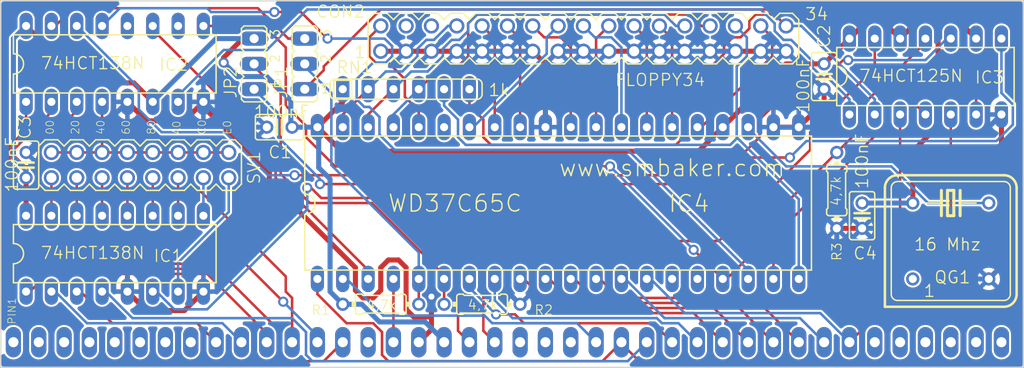
<source format=kicad_pcb>
(kicad_pcb (version 20171130) (host pcbnew 5.1.2)
  (layers (0 Top signal hide) (31 Bottom signal hide) (34 B.Paste user) (35 F.Paste user) (36 B.SilkS user) (37 F.SilkS user) (38 B.Mask user) (39 F.Mask user) (44 Edge.Cuts user))
  (net 0 "")
  (net 1 GND)
  (net 2 N$1)
  (net 3 A6)
  (net 4 A5)
  (net 5 A7)
  (net 6 A0)
  (net 7 N$7)
  (net 8 N$8)
  (net 9 N$9)
  (net 10 N$10)
  (net 11 N$11)
  (net 12 N$12)
  (net 13 N$13)
  (net 14 N$14)
  (net 15 +5V)
  (net 16 A4)
  (net 17 RD)
  (net 18 WR)
  (net 19 N$3)
  (net 20 A3)
  (net 21 A2)
  (net 22 N$2)
  (net 23 CLK)
  (net 24 D0)
  (net 25 D1)
  (net 26 D2)
  (net 27 D3)
  (net 28 D4)
  (net 29 D5)
  (net 30 D6)
  (net 31 ~WDATA)
  (net 32 ~WGATE)
  (net 33 ~STEP)
  (net 34 ~DIR)
  (net 35 ~SIDE)
  (net 36 ~DSA)
  (net 37 ~DSB)
  (net 38 ~MOTEA)
  (net 39 ~MOTEB)
  (net 40 ~RDD)
  (net 41 ~WP)
  (net 42 ~TR0)
  (net 43 ~IDX)
  (net 44 DENSEL)
  (net 45 FDC_CCR)
  (net 46 FDC_CS)
  (net 47 FDC_DOR)
  (net 48 RESET)
  (net 49 N$5)
  (net 50 D7)
  (net 51 ~DC)
  (net 52 ~DACK)
  (net 53 TC)
  (net 54 PORT00)
  (net 55 RD_FDC_DOR)
  (net 56 N$16)
  (net 57 PORT04)
  (net 58 ~RESET)
  (module "RC2014 Floppy WD37C65:SIP40" (layer Top) (at 146.7611 120.8736)
    (fp_text reference CON1 hide)
    (fp_text value "RC2014 Backplane" hide)
    (pad 21 thru_hole oval (at 2.54 0 90) (size 3.048 1.524) (drill 1.016) (layers *.Cu *.Mask))
    (pad 22 thru_hole oval (at 5.08 0 90) (size 3.048 1.524) (drill 1.016) (layers *.Cu *.Mask))
    (pad 23 thru_hole oval (at 7.62 0 90) (size 3.048 1.524) (drill 1.016) (layers *.Cu *.Mask))
    (pad 24 thru_hole oval (at 10.16 0 90) (size 3.048 1.524) (drill 1.016) (layers *.Cu *.Mask) (net 18 WR))
    (pad 25 thru_hole oval (at 12.7 0 90) (size 3.048 1.524) (drill 1.016) (layers *.Cu *.Mask) (net 17 RD))
    (pad 26 thru_hole oval (at 15.24 0 90) (size 3.048 1.524) (drill 1.016) (layers *.Cu *.Mask) (net 22 N$2))
    (pad 27 thru_hole oval (at 17.78 0 90) (size 3.048 1.524) (drill 1.016) (layers *.Cu *.Mask) (net 24 D0))
    (pad 28 thru_hole oval (at 20.32 0 90) (size 3.048 1.524) (drill 1.016) (layers *.Cu *.Mask) (net 25 D1))
    (pad 29 thru_hole oval (at 22.86 0 90) (size 3.048 1.524) (drill 1.016) (layers *.Cu *.Mask) (net 26 D2))
    (pad 30 thru_hole oval (at 25.4 0 90) (size 3.048 1.524) (drill 1.016) (layers *.Cu *.Mask) (net 27 D3))
    (pad 31 thru_hole oval (at 27.94 0 90) (size 3.048 1.524) (drill 1.016) (layers *.Cu *.Mask) (net 28 D4))
    (pad 32 thru_hole oval (at 30.48 0 90) (size 3.048 1.524) (drill 1.016) (layers *.Cu *.Mask) (net 29 D5))
    (pad 33 thru_hole oval (at 33.02 0 90) (size 3.048 1.524) (drill 1.016) (layers *.Cu *.Mask) (net 30 D6))
    (pad 34 thru_hole oval (at 35.56 0 90) (size 3.048 1.524) (drill 1.016) (layers *.Cu *.Mask) (net 50 D7))
    (pad 35 thru_hole oval (at 38.1 0 90) (size 3.048 1.524) (drill 1.016) (layers *.Cu *.Mask))
    (pad 36 thru_hole oval (at 40.64 0 90) (size 3.048 1.524) (drill 1.016) (layers *.Cu *.Mask))
    (pad 37 thru_hole oval (at 43.18 0 90) (size 3.048 1.524) (drill 1.016) (layers *.Cu *.Mask))
    (pad 38 thru_hole oval (at 45.72 0 90) (size 3.048 1.524) (drill 1.016) (layers *.Cu *.Mask))
    (pad 39 thru_hole oval (at 48.26 0 90) (size 3.048 1.524) (drill 1.016) (layers *.Cu *.Mask))
    (pad 40 thru_hole oval (at 50.8 0 90) (size 3.048 1.524) (drill 1.016) (layers *.Cu *.Mask))
    (pad 3 thru_hole oval (at -43.18 0 90) (size 3.048 1.524) (drill 1.016) (layers *.Cu *.Mask))
    (pad 1 thru_hole oval (at -48.26 0 90) (size 3.048 1.524) (drill 1.016) (layers *.Cu *.Mask))
    (pad 2 thru_hole oval (at -45.72 0 90) (size 3.048 1.524) (drill 1.016) (layers *.Cu *.Mask))
    (pad 4 thru_hole oval (at -40.64 0 90) (size 3.048 1.524) (drill 1.016) (layers *.Cu *.Mask))
    (pad 5 thru_hole oval (at -38.1 0 90) (size 3.048 1.524) (drill 1.016) (layers *.Cu *.Mask))
    (pad 6 thru_hole oval (at -35.56 0 90) (size 3.048 1.524) (drill 1.016) (layers *.Cu *.Mask))
    (pad 7 thru_hole oval (at -33.02 0 90) (size 3.048 1.524) (drill 1.016) (layers *.Cu *.Mask))
    (pad 8 thru_hole oval (at -30.48 0 90) (size 3.048 1.524) (drill 1.016) (layers *.Cu *.Mask))
    (pad 9 thru_hole oval (at -27.94 0 90) (size 3.048 1.524) (drill 1.016) (layers *.Cu *.Mask) (net 5 A7))
    (pad 10 thru_hole oval (at -25.4 0 90) (size 3.048 1.524) (drill 1.016) (layers *.Cu *.Mask) (net 3 A6))
    (pad 11 thru_hole oval (at -22.86 0 90) (size 3.048 1.524) (drill 1.016) (layers *.Cu *.Mask) (net 4 A5))
    (pad 12 thru_hole oval (at -20.32 0 90) (size 3.048 1.524) (drill 1.016) (layers *.Cu *.Mask) (net 16 A4))
    (pad 13 thru_hole oval (at -17.78 0 90) (size 3.048 1.524) (drill 1.016) (layers *.Cu *.Mask) (net 20 A3))
    (pad 14 thru_hole oval (at -15.24 0 90) (size 3.048 1.524) (drill 1.016) (layers *.Cu *.Mask) (net 21 A2))
    (pad 15 thru_hole oval (at -12.7 0 90) (size 3.048 1.524) (drill 1.016) (layers *.Cu *.Mask))
    (pad 16 thru_hole oval (at -10.16 0 90) (size 3.048 1.524) (drill 1.016) (layers *.Cu *.Mask) (net 6 A0))
    (pad 17 thru_hole oval (at -7.62 0 90) (size 3.048 1.524) (drill 1.016) (layers *.Cu *.Mask) (net 1 GND))
    (pad 18 thru_hole oval (at -5.08 0 90) (size 3.048 1.524) (drill 1.016) (layers *.Cu *.Mask) (net 15 +5V))
    (pad 19 thru_hole oval (at -2.54 0 90) (size 3.048 1.524) (drill 1.016) (layers *.Cu *.Mask) (net 2 N$1))
    (pad 20 thru_hole oval (at 0 0 90) (size 3.048 1.524) (drill 1.016) (layers *.Cu *.Mask) (net 58 ~RESET))
  )
  (module "RC2014 Floppy WD37C65:MA08-2" (layer Top) (at 111.2011 103.0936 180)
    (fp_text reference SV1 (at -10.7189 1.4936 270) (layer F.SilkS) (effects (font (size 1.2065 1.2065) (thickness 0.127)) (justify right top)))
    (fp_text value "")
    (pad 16 thru_hole circle (at 8.89 -1.27 180) (size 1.524 1.524) (drill 1.016) (layers *.Cu *.Mask) (net 7 N$7))
    (pad 14 thru_hole circle (at 6.35 -1.27 180) (size 1.524 1.524) (drill 1.016) (layers *.Cu *.Mask) (net 8 N$8))
    (pad 15 thru_hole circle (at 8.89 1.27 180) (size 1.524 1.524) (drill 1.016) (layers *.Cu *.Mask) (net 19 N$3))
    (pad 13 thru_hole circle (at 6.35 1.27 180) (size 1.524 1.524) (drill 1.016) (layers *.Cu *.Mask) (net 19 N$3))
    (pad 12 thru_hole circle (at 3.81 -1.27 180) (size 1.524 1.524) (drill 1.016) (layers *.Cu *.Mask) (net 9 N$9))
    (pad 10 thru_hole circle (at 1.27 -1.27 180) (size 1.524 1.524) (drill 1.016) (layers *.Cu *.Mask) (net 10 N$10))
    (pad 8 thru_hole circle (at -1.27 -1.27 180) (size 1.524 1.524) (drill 1.016) (layers *.Cu *.Mask) (net 11 N$11))
    (pad 6 thru_hole circle (at -3.81 -1.27 180) (size 1.524 1.524) (drill 1.016) (layers *.Cu *.Mask) (net 12 N$12))
    (pad 4 thru_hole circle (at -6.35 -1.27 180) (size 1.524 1.524) (drill 1.016) (layers *.Cu *.Mask) (net 13 N$13))
    (pad 2 thru_hole circle (at -8.89 -1.27 180) (size 1.524 1.524) (drill 1.016) (layers *.Cu *.Mask) (net 14 N$14))
    (pad 11 thru_hole circle (at 3.81 1.27 180) (size 1.524 1.524) (drill 1.016) (layers *.Cu *.Mask) (net 19 N$3))
    (pad 9 thru_hole circle (at 1.27 1.27 180) (size 1.524 1.524) (drill 1.016) (layers *.Cu *.Mask) (net 19 N$3))
    (pad 7 thru_hole circle (at -1.27 1.27 180) (size 1.524 1.524) (drill 1.016) (layers *.Cu *.Mask) (net 19 N$3))
    (pad 5 thru_hole circle (at -3.81 1.27 180) (size 1.524 1.524) (drill 1.016) (layers *.Cu *.Mask) (net 19 N$3))
    (pad 3 thru_hole circle (at -6.35 1.27 180) (size 1.524 1.524) (drill 1.016) (layers *.Cu *.Mask) (net 19 N$3))
    (pad 1 thru_hole circle (at -8.89 1.27 180) (size 1.524 1.524) (drill 1.016) (layers *.Cu *.Mask) (net 19 N$3))
  )
  (module "RC2014 Floppy WD37C65:C025-025X050" (layer Top) (at 179.7811 94.2036 270)
    (fp_text reference C2 (at -5.3036 0.7111 270) (layer F.SilkS) (effects (font (size 1.2065 1.2065) (thickness 0.127)) (justify right top)))
    (fp_text value 100nF (at -2.0016 2.794 90) (layer F.SilkS) (effects (font (size 1.2065 1.2065) (thickness 0.12065)) (justify right top)))
    (pad 2 thru_hole circle (at 1.27 0 270) (size 1.3208 1.3208) (drill 0.8128) (layers *.Cu *.Mask) (net 1 GND))
    (pad 1 thru_hole circle (at -1.27 0 270) (size 1.3208 1.3208) (drill 0.8128) (layers *.Cu *.Mask) (net 15 +5V))
  )
  (module "RC2014 Floppy WD37C65:C025-025X050" (layer Top) (at 99.7711 103.0936 90)
    (fp_text reference C3 (at 2.5096 0.5589 90) (layer F.SilkS) (effects (font (size 1.2065 1.2065) (thickness 0.127)) (justify left bottom)))
    (fp_text value 100nF (at -2.8244 -0.7111 90) (layer F.SilkS) (effects (font (size 1.2065 1.2065) (thickness 0.12065)) (justify left bottom)))
    (pad 2 thru_hole circle (at 1.27 0 90) (size 1.3208 1.3208) (drill 0.8128) (layers *.Cu *.Mask) (net 1 GND))
    (pad 1 thru_hole circle (at -1.27 0 90) (size 1.3208 1.3208) (drill 0.8128) (layers *.Cu *.Mask) (net 15 +5V))
  )
  (module "RC2014 Floppy WD37C65:DIL16" (layer Top) (at 108.6611 111.9836)
    (fp_text reference IC1 (at 6.9089 -0.4776) (layer F.SilkS) (effects (font (size 1.2065 1.2065) (thickness 0.12065)) (justify right top)))
    (fp_text value 74HCT138N (at -7.493 0.635) (layer F.SilkS) (effects (font (size 1.2065 1.2065) (thickness 0.12065)) (justify left bottom)))
    (pad 16 thru_hole oval (at -8.89 -3.81 90) (size 2.6416 1.3208) (drill 0.8128) (layers *.Cu *.Mask) (net 15 +5V))
    (pad 15 thru_hole oval (at -6.35 -3.81 90) (size 2.6416 1.3208) (drill 0.8128) (layers *.Cu *.Mask) (net 7 N$7))
    (pad 14 thru_hole oval (at -3.81 -3.81 90) (size 2.6416 1.3208) (drill 0.8128) (layers *.Cu *.Mask) (net 8 N$8))
    (pad 13 thru_hole oval (at -1.27 -3.81 90) (size 2.6416 1.3208) (drill 0.8128) (layers *.Cu *.Mask) (net 9 N$9))
    (pad 12 thru_hole oval (at 1.27 -3.81 90) (size 2.6416 1.3208) (drill 0.8128) (layers *.Cu *.Mask) (net 10 N$10))
    (pad 11 thru_hole oval (at 3.81 -3.81 90) (size 2.6416 1.3208) (drill 0.8128) (layers *.Cu *.Mask) (net 11 N$11))
    (pad 10 thru_hole oval (at 6.35 -3.81 90) (size 2.6416 1.3208) (drill 0.8128) (layers *.Cu *.Mask) (net 12 N$12))
    (pad 9 thru_hole oval (at 8.89 -3.81 90) (size 2.6416 1.3208) (drill 0.8128) (layers *.Cu *.Mask) (net 13 N$13))
    (pad 5 thru_hole oval (at 1.27 3.81 90) (size 2.6416 1.3208) (drill 0.8128) (layers *.Cu *.Mask) (net 1 GND))
    (pad 6 thru_hole oval (at 3.81 3.81 90) (size 2.6416 1.3208) (drill 0.8128) (layers *.Cu *.Mask) (net 2 N$1))
    (pad 4 thru_hole oval (at -1.27 3.81 90) (size 2.6416 1.3208) (drill 0.8128) (layers *.Cu *.Mask) (net 22 N$2))
    (pad 3 thru_hole oval (at -3.81 3.81 90) (size 2.6416 1.3208) (drill 0.8128) (layers *.Cu *.Mask) (net 5 A7))
    (pad 8 thru_hole oval (at 8.89 3.81 90) (size 2.6416 1.3208) (drill 0.8128) (layers *.Cu *.Mask) (net 1 GND))
    (pad 7 thru_hole oval (at 6.35 3.81 90) (size 2.6416 1.3208) (drill 0.8128) (layers *.Cu *.Mask) (net 14 N$14))
    (pad 2 thru_hole oval (at -6.35 3.81 90) (size 2.6416 1.3208) (drill 0.8128) (layers *.Cu *.Mask) (net 3 A6))
    (pad 1 thru_hole oval (at -8.89 3.81 90) (size 2.6416 1.3208) (drill 0.8128) (layers *.Cu *.Mask) (net 4 A5))
  )
  (module "RC2014 Floppy WD37C65:MA17-2" (layer Top) (at 155.6511 90.3936)
    (fp_text reference CON2 (at -26.8731 -2.0016) (layer F.SilkS) (effects (font (size 1.2065 1.2065) (thickness 0.127)) (justify left bottom)))
    (fp_text value FLOPPY34 (at 3.0989 4.8564) (layer F.SilkS) (effects (font (size 1.2065 1.2065) (thickness 0.12065)) (justify left bottom)))
    (fp_text user 34 (at 22.1489 -1.7476) (layer F.SilkS) (effects (font (size 1.2065 1.2065) (thickness 0.127)) (justify left bottom)))
    (fp_text user 1 (at -23.0631 2.0624) (layer F.SilkS) (effects (font (size 1.2065 1.2065) (thickness 0.127)) (justify left bottom)))
    (pad 34 thru_hole circle (at 20.32 -1.27) (size 1.524 1.524) (drill 1.016) (layers *.Cu *.Mask) (net 51 ~DC))
    (pad 32 thru_hole circle (at 17.78 -1.27) (size 1.524 1.524) (drill 1.016) (layers *.Cu *.Mask) (net 35 ~SIDE))
    (pad 30 thru_hole circle (at 15.24 -1.27) (size 1.524 1.524) (drill 1.016) (layers *.Cu *.Mask) (net 40 ~RDD))
    (pad 33 thru_hole circle (at 20.32 1.27) (size 1.524 1.524) (drill 1.016) (layers *.Cu *.Mask) (net 1 GND))
    (pad 31 thru_hole circle (at 17.78 1.27) (size 1.524 1.524) (drill 1.016) (layers *.Cu *.Mask) (net 1 GND))
    (pad 29 thru_hole circle (at 15.24 1.27) (size 1.524 1.524) (drill 1.016) (layers *.Cu *.Mask) (net 1 GND))
    (pad 28 thru_hole circle (at 12.7 -1.27) (size 1.524 1.524) (drill 1.016) (layers *.Cu *.Mask) (net 41 ~WP))
    (pad 27 thru_hole circle (at 12.7 1.27) (size 1.524 1.524) (drill 1.016) (layers *.Cu *.Mask) (net 1 GND))
    (pad 26 thru_hole circle (at 10.16 -1.27) (size 1.524 1.524) (drill 1.016) (layers *.Cu *.Mask) (net 42 ~TR0))
    (pad 24 thru_hole circle (at 7.62 -1.27) (size 1.524 1.524) (drill 1.016) (layers *.Cu *.Mask) (net 32 ~WGATE))
    (pad 22 thru_hole circle (at 5.08 -1.27) (size 1.524 1.524) (drill 1.016) (layers *.Cu *.Mask) (net 31 ~WDATA))
    (pad 20 thru_hole circle (at 2.54 -1.27) (size 1.524 1.524) (drill 1.016) (layers *.Cu *.Mask) (net 33 ~STEP))
    (pad 18 thru_hole circle (at 0 -1.27) (size 1.524 1.524) (drill 1.016) (layers *.Cu *.Mask) (net 34 ~DIR))
    (pad 16 thru_hole circle (at -2.54 -1.27) (size 1.524 1.524) (drill 1.016) (layers *.Cu *.Mask) (net 39 ~MOTEB))
    (pad 25 thru_hole circle (at 10.16 1.27) (size 1.524 1.524) (drill 1.016) (layers *.Cu *.Mask) (net 1 GND))
    (pad 23 thru_hole circle (at 7.62 1.27) (size 1.524 1.524) (drill 1.016) (layers *.Cu *.Mask) (net 1 GND))
    (pad 21 thru_hole circle (at 5.08 1.27) (size 1.524 1.524) (drill 1.016) (layers *.Cu *.Mask) (net 1 GND))
    (pad 19 thru_hole circle (at 2.54 1.27) (size 1.524 1.524) (drill 1.016) (layers *.Cu *.Mask) (net 1 GND))
    (pad 17 thru_hole circle (at 0 1.27) (size 1.524 1.524) (drill 1.016) (layers *.Cu *.Mask) (net 1 GND))
    (pad 15 thru_hole circle (at -2.54 1.27) (size 1.524 1.524) (drill 1.016) (layers *.Cu *.Mask) (net 1 GND))
    (pad 14 thru_hole circle (at -5.08 -1.27) (size 1.524 1.524) (drill 1.016) (layers *.Cu *.Mask) (net 36 ~DSA))
    (pad 13 thru_hole circle (at -5.08 1.27) (size 1.524 1.524) (drill 1.016) (layers *.Cu *.Mask) (net 1 GND))
    (pad 12 thru_hole circle (at -7.62 -1.27) (size 1.524 1.524) (drill 1.016) (layers *.Cu *.Mask) (net 37 ~DSB))
    (pad 10 thru_hole circle (at -10.16 -1.27) (size 1.524 1.524) (drill 1.016) (layers *.Cu *.Mask) (net 38 ~MOTEA))
    (pad 8 thru_hole circle (at -12.7 -1.27) (size 1.524 1.524) (drill 1.016) (layers *.Cu *.Mask) (net 43 ~IDX))
    (pad 6 thru_hole circle (at -15.24 -1.27) (size 1.524 1.524) (drill 1.016) (layers *.Cu *.Mask))
    (pad 4 thru_hole circle (at -17.78 -1.27) (size 1.524 1.524) (drill 1.016) (layers *.Cu *.Mask))
    (pad 2 thru_hole circle (at -20.32 -1.27) (size 1.524 1.524) (drill 1.016) (layers *.Cu *.Mask) (net 44 DENSEL))
    (pad 11 thru_hole circle (at -7.62 1.27) (size 1.524 1.524) (drill 1.016) (layers *.Cu *.Mask) (net 1 GND))
    (pad 9 thru_hole circle (at -10.16 1.27) (size 1.524 1.524) (drill 1.016) (layers *.Cu *.Mask) (net 1 GND))
    (pad 7 thru_hole circle (at -12.7 1.27) (size 1.524 1.524) (drill 1.016) (layers *.Cu *.Mask) (net 1 GND))
    (pad 5 thru_hole circle (at -15.24 1.27) (size 1.524 1.524) (drill 1.016) (layers *.Cu *.Mask) (net 1 GND))
    (pad 3 thru_hole circle (at -17.78 1.27) (size 1.524 1.524) (drill 1.016) (layers *.Cu *.Mask) (net 1 GND))
    (pad 1 thru_hole circle (at -20.32 1.27) (size 1.524 1.524) (drill 1.016) (layers *.Cu *.Mask) (net 1 GND))
  )
  (module "RC2014 Floppy WD37C65:DIL08S" (layer Top) (at 192.4811 110.7136)
    (fp_text reference QG1 (at -1.7271 4.3484) (layer F.SilkS) (effects (font (size 1.2065 1.2065) (thickness 0.127)) (justify left bottom)))
    (fp_text value "16 Mhz" (at -3.7591 1.0464) (layer F.SilkS) (effects (font (size 1.2065 1.2065) (thickness 0.127)) (justify left bottom)))
    (fp_text user 1 (at -2.794 5.715) (layer F.SilkS) (effects (font (size 1.2065 1.2065) (thickness 0.127)) (justify left bottom)))
    (pad 8 thru_hole circle (at -3.81 -3.81) (size 1.3208 1.3208) (drill 0.8128) (layers *.Cu *.Mask) (net 15 +5V))
    (pad 5 thru_hole circle (at 3.81 -3.81) (size 1.3208 1.3208) (drill 0.8128) (layers *.Cu *.Mask) (net 23 CLK))
    (pad 4 thru_hole circle (at 3.81 3.81) (size 1.3208 1.3208) (drill 0.8128) (layers *.Cu *.Mask) (net 1 GND))
    (pad 1 thru_hole circle (at -3.81 3.81) (size 1.3208 1.3208) (drill 0.8128) (layers *.Cu *.Mask))
  )
  (module "RC2014 Floppy WD37C65:C025-025X050" (layer Top) (at 125.1711 99.2836 180)
    (fp_text reference C1 (at -1.3209 -1.8084 180) (layer F.SilkS) (effects (font (size 1.2065 1.2065) (thickness 0.127)) (justify right top)))
    (fp_text value 100nF (at -3.0989 2.2556 180) (layer F.SilkS) (effects (font (size 1.2065 1.2065) (thickness 0.127)) (justify right top)))
    (pad 2 thru_hole circle (at 1.27 0 180) (size 1.3208 1.3208) (drill 0.8128) (layers *.Cu *.Mask) (net 1 GND))
    (pad 1 thru_hole circle (at -1.27 0 180) (size 1.3208 1.3208) (drill 0.8128) (layers *.Cu *.Mask) (net 15 +5V))
  )
  (module "RC2014 Floppy WD37C65:C025-025X050" (layer Top) (at 183.5911 108.1736 270)
    (fp_text reference C4 (at 3.0784 0.9651) (layer F.SilkS) (effects (font (size 1.2065 1.2065) (thickness 0.127)) (justify left top)))
    (fp_text value 100nF (at -8.3516 0.7111 270) (layer F.SilkS) (effects (font (size 1.2065 1.2065) (thickness 0.127)) (justify right top)))
    (pad 2 thru_hole circle (at 1.27 0 270) (size 1.3208 1.3208) (drill 0.8128) (layers *.Cu *.Mask) (net 1 GND))
    (pad 1 thru_hole circle (at -1.27 0 270) (size 1.3208 1.3208) (drill 0.8128) (layers *.Cu *.Mask) (net 15 +5V))
  )
  (module "RC2014 Floppy WD37C65:DIL40" (layer Top) (at 153.1111 106.9036)
    (fp_text reference IC4 (at 10.9729 1.0464) (layer F.SilkS) (effects (font (size 1.6891 1.6891) (thickness 0.14224)) (justify left bottom)))
    (fp_text value WD37C65C (at -17.145 1.016) (layer F.SilkS) (effects (font (size 1.6891 1.6891) (thickness 0.14224)) (justify left bottom)))
    (pad 40 thru_hole oval (at -24.13 -7.62 90) (size 2.6416 1.3208) (drill 0.8128) (layers *.Cu *.Mask) (net 15 +5V))
    (pad 39 thru_hole oval (at -21.59 -7.62 90) (size 2.6416 1.3208) (drill 0.8128) (layers *.Cu *.Mask) (net 43 ~IDX))
    (pad 38 thru_hole oval (at -19.05 -7.62 90) (size 2.6416 1.3208) (drill 0.8128) (layers *.Cu *.Mask) (net 42 ~TR0))
    (pad 37 thru_hole oval (at -16.51 -7.62 90) (size 2.6416 1.3208) (drill 0.8128) (layers *.Cu *.Mask) (net 41 ~WP))
    (pad 36 thru_hole oval (at -13.97 -7.62 90) (size 2.6416 1.3208) (drill 0.8128) (layers *.Cu *.Mask) (net 44 DENSEL))
    (pad 35 thru_hole oval (at -11.43 -7.62 90) (size 2.6416 1.3208) (drill 0.8128) (layers *.Cu *.Mask))
    (pad 34 thru_hole oval (at -8.89 -7.62 90) (size 2.6416 1.3208) (drill 0.8128) (layers *.Cu *.Mask) (net 39 ~MOTEB))
    (pad 33 thru_hole oval (at -6.35 -7.62 90) (size 2.6416 1.3208) (drill 0.8128) (layers *.Cu *.Mask) (net 38 ~MOTEA))
    (pad 32 thru_hole oval (at -3.81 -7.62 90) (size 2.6416 1.3208) (drill 0.8128) (layers *.Cu *.Mask) (net 37 ~DSB))
    (pad 31 thru_hole oval (at -1.27 -7.62 90) (size 2.6416 1.3208) (drill 0.8128) (layers *.Cu *.Mask) (net 1 GND))
    (pad 30 thru_hole oval (at 1.27 -7.62 90) (size 2.6416 1.3208) (drill 0.8128) (layers *.Cu *.Mask) (net 36 ~DSA))
    (pad 29 thru_hole oval (at 3.81 -7.62 90) (size 2.6416 1.3208) (drill 0.8128) (layers *.Cu *.Mask) (net 33 ~STEP))
    (pad 28 thru_hole oval (at 6.35 -7.62 90) (size 2.6416 1.3208) (drill 0.8128) (layers *.Cu *.Mask) (net 34 ~DIR))
    (pad 27 thru_hole oval (at 8.89 -7.62 90) (size 2.6416 1.3208) (drill 0.8128) (layers *.Cu *.Mask) (net 31 ~WDATA))
    (pad 26 thru_hole oval (at 11.43 -7.62 90) (size 2.6416 1.3208) (drill 0.8128) (layers *.Cu *.Mask) (net 32 ~WGATE))
    (pad 25 thru_hole oval (at 13.97 -7.62 90) (size 2.6416 1.3208) (drill 0.8128) (layers *.Cu *.Mask) (net 35 ~SIDE))
    (pad 24 thru_hole oval (at 16.51 -7.62 90) (size 2.6416 1.3208) (drill 0.8128) (layers *.Cu *.Mask) (net 15 +5V))
    (pad 23 thru_hole oval (at 19.05 -7.62 90) (size 2.6416 1.3208) (drill 0.8128) (layers *.Cu *.Mask) (net 23 CLK))
    (pad 22 thru_hole oval (at 21.59 -7.62 90) (size 2.6416 1.3208) (drill 0.8128) (layers *.Cu *.Mask) (net 1 GND))
    (pad 21 thru_hole oval (at 24.13 -7.62 90) (size 2.6416 1.3208) (drill 0.8128) (layers *.Cu *.Mask) (net 1 GND))
    (pad 20 thru_hole oval (at 24.13 7.62 90) (size 2.6416 1.3208) (drill 0.8128) (layers *.Cu *.Mask) (net 40 ~RDD))
    (pad 19 thru_hole oval (at 21.59 7.62 90) (size 2.6416 1.3208) (drill 0.8128) (layers *.Cu *.Mask) (net 48 RESET))
    (pad 18 thru_hole oval (at 19.05 7.62 90) (size 2.6416 1.3208) (drill 0.8128) (layers *.Cu *.Mask) (net 45 FDC_CCR))
    (pad 17 thru_hole oval (at 16.51 7.62 90) (size 2.6416 1.3208) (drill 0.8128) (layers *.Cu *.Mask) (net 47 FDC_DOR))
    (pad 16 thru_hole oval (at 13.97 7.62 90) (size 2.6416 1.3208) (drill 0.8128) (layers *.Cu *.Mask))
    (pad 15 thru_hole oval (at 11.43 7.62 90) (size 2.6416 1.3208) (drill 0.8128) (layers *.Cu *.Mask))
    (pad 14 thru_hole oval (at 8.89 7.62 90) (size 2.6416 1.3208) (drill 0.8128) (layers *.Cu *.Mask) (net 50 D7))
    (pad 13 thru_hole oval (at 6.35 7.62 90) (size 2.6416 1.3208) (drill 0.8128) (layers *.Cu *.Mask) (net 30 D6))
    (pad 12 thru_hole oval (at 3.81 7.62 90) (size 2.6416 1.3208) (drill 0.8128) (layers *.Cu *.Mask) (net 29 D5))
    (pad 11 thru_hole oval (at 1.27 7.62 90) (size 2.6416 1.3208) (drill 0.8128) (layers *.Cu *.Mask) (net 28 D4))
    (pad 10 thru_hole oval (at -1.27 7.62 90) (size 2.6416 1.3208) (drill 0.8128) (layers *.Cu *.Mask) (net 27 D3))
    (pad 9 thru_hole oval (at -3.81 7.62 90) (size 2.6416 1.3208) (drill 0.8128) (layers *.Cu *.Mask) (net 26 D2))
    (pad 5 thru_hole oval (at -13.97 7.62 90) (size 2.6416 1.3208) (drill 0.8128) (layers *.Cu *.Mask) (net 52 ~DACK))
    (pad 6 thru_hole oval (at -11.43 7.62 90) (size 2.6416 1.3208) (drill 0.8128) (layers *.Cu *.Mask) (net 53 TC))
    (pad 4 thru_hole oval (at -16.51 7.62 90) (size 2.6416 1.3208) (drill 0.8128) (layers *.Cu *.Mask) (net 6 A0))
    (pad 3 thru_hole oval (at -19.05 7.62 90) (size 2.6416 1.3208) (drill 0.8128) (layers *.Cu *.Mask) (net 46 FDC_CS))
    (pad 8 thru_hole oval (at -6.35 7.62 90) (size 2.6416 1.3208) (drill 0.8128) (layers *.Cu *.Mask) (net 25 D1))
    (pad 7 thru_hole oval (at -8.89 7.62 90) (size 2.6416 1.3208) (drill 0.8128) (layers *.Cu *.Mask) (net 24 D0))
    (pad 2 thru_hole oval (at -21.59 7.62 90) (size 2.6416 1.3208) (drill 0.8128) (layers *.Cu *.Mask) (net 18 WR))
    (pad 1 thru_hole oval (at -24.13 7.62 90) (size 2.6416 1.3208) (drill 0.8128) (layers *.Cu *.Mask) (net 17 RD))
  )
  (module "RC2014 Floppy WD37C65:DIL16" (layer Top) (at 108.6611 92.9336)
    (fp_text reference IC2 (at 4.3689 0.7924) (layer F.SilkS) (effects (font (size 1.2065 1.2065) (thickness 0.127)) (justify left bottom)))
    (fp_text value 74HCT138N (at -7.493 0.635) (layer F.SilkS) (effects (font (size 1.2065 1.2065) (thickness 0.127)) (justify left bottom)))
    (pad 16 thru_hole oval (at -8.89 -3.81 90) (size 2.6416 1.3208) (drill 0.8128) (layers *.Cu *.Mask) (net 15 +5V))
    (pad 15 thru_hole oval (at -6.35 -3.81 90) (size 2.6416 1.3208) (drill 0.8128) (layers *.Cu *.Mask) (net 54 PORT00))
    (pad 14 thru_hole oval (at -3.81 -3.81 90) (size 2.6416 1.3208) (drill 0.8128) (layers *.Cu *.Mask) (net 57 PORT04))
    (pad 13 thru_hole oval (at -1.27 -3.81 90) (size 2.6416 1.3208) (drill 0.8128) (layers *.Cu *.Mask) (net 45 FDC_CCR))
    (pad 12 thru_hole oval (at 1.27 -3.81 90) (size 2.6416 1.3208) (drill 0.8128) (layers *.Cu *.Mask))
    (pad 11 thru_hole oval (at 3.81 -3.81 90) (size 2.6416 1.3208) (drill 0.8128) (layers *.Cu *.Mask) (net 46 FDC_CS))
    (pad 10 thru_hole oval (at 6.35 -3.81 90) (size 2.6416 1.3208) (drill 0.8128) (layers *.Cu *.Mask))
    (pad 9 thru_hole oval (at 8.89 -3.81 90) (size 2.6416 1.3208) (drill 0.8128) (layers *.Cu *.Mask) (net 47 FDC_DOR))
    (pad 5 thru_hole oval (at 1.27 3.81 90) (size 2.6416 1.3208) (drill 0.8128) (layers *.Cu *.Mask) (net 1 GND))
    (pad 6 thru_hole oval (at 3.81 3.81 90) (size 2.6416 1.3208) (drill 0.8128) (layers *.Cu *.Mask) (net 15 +5V))
    (pad 4 thru_hole oval (at -1.27 3.81 90) (size 2.6416 1.3208) (drill 0.8128) (layers *.Cu *.Mask) (net 19 N$3))
    (pad 3 thru_hole oval (at -3.81 3.81 90) (size 2.6416 1.3208) (drill 0.8128) (layers *.Cu *.Mask) (net 16 A4))
    (pad 8 thru_hole oval (at 8.89 3.81 90) (size 2.6416 1.3208) (drill 0.8128) (layers *.Cu *.Mask) (net 1 GND))
    (pad 7 thru_hole oval (at 6.35 3.81 90) (size 2.6416 1.3208) (drill 0.8128) (layers *.Cu *.Mask) (net 49 N$5))
    (pad 2 thru_hole oval (at -6.35 3.81 90) (size 2.6416 1.3208) (drill 0.8128) (layers *.Cu *.Mask) (net 20 A3))
    (pad 1 thru_hole oval (at -8.89 3.81 90) (size 2.6416 1.3208) (drill 0.8128) (layers *.Cu *.Mask) (net 21 A2))
  )
  (module "RC2014 Floppy WD37C65:DIL14" (layer Top) (at 189.9411 94.2036)
    (fp_text reference IC3 (at 4.8769 0.7924) (layer F.SilkS) (effects (font (size 1.2065 1.2065) (thickness 0.127)) (justify left bottom)))
    (fp_text value 74HCT125N (at -6.731 0.635) (layer F.SilkS) (effects (font (size 1.2065 1.2065) (thickness 0.127)) (justify left bottom)))
    (pad 14 thru_hole oval (at -7.62 -3.81 90) (size 2.6416 1.3208) (drill 0.8128) (layers *.Cu *.Mask) (net 15 +5V))
    (pad 13 thru_hole oval (at -5.08 -3.81 90) (size 2.6416 1.3208) (drill 0.8128) (layers *.Cu *.Mask) (net 58 ~RESET))
    (pad 12 thru_hole oval (at -2.54 -3.81 90) (size 2.6416 1.3208) (drill 0.8128) (layers *.Cu *.Mask) (net 15 +5V))
    (pad 11 thru_hole oval (at 0 -3.81 90) (size 2.6416 1.3208) (drill 0.8128) (layers *.Cu *.Mask) (net 48 RESET))
    (pad 10 thru_hole oval (at 2.54 -3.81 90) (size 2.6416 1.3208) (drill 0.8128) (layers *.Cu *.Mask) (net 57 PORT04))
    (pad 9 thru_hole oval (at 5.08 -3.81 90) (size 2.6416 1.3208) (drill 0.8128) (layers *.Cu *.Mask) (net 15 +5V))
    (pad 5 thru_hole oval (at 2.54 3.81 90) (size 2.6416 1.3208) (drill 0.8128) (layers *.Cu *.Mask) (net 17 RD))
    (pad 6 thru_hole oval (at 5.08 3.81 90) (size 2.6416 1.3208) (drill 0.8128) (layers *.Cu *.Mask) (net 55 RD_FDC_DOR))
    (pad 4 thru_hole oval (at 0 3.81 90) (size 2.6416 1.3208) (drill 0.8128) (layers *.Cu *.Mask) (net 47 FDC_DOR))
    (pad 3 thru_hole oval (at -2.54 3.81 90) (size 2.6416 1.3208) (drill 0.8128) (layers *.Cu *.Mask) (net 50 D7))
    (pad 8 thru_hole oval (at 7.62 -3.81 90) (size 2.6416 1.3208) (drill 0.8128) (layers *.Cu *.Mask) (net 56 N$16))
    (pad 7 thru_hole oval (at 7.62 3.81 90) (size 2.6416 1.3208) (drill 0.8128) (layers *.Cu *.Mask) (net 1 GND))
    (pad 2 thru_hole oval (at -5.08 3.81 90) (size 2.6416 1.3208) (drill 0.8128) (layers *.Cu *.Mask) (net 51 ~DC))
    (pad 1 thru_hole oval (at -7.62 3.81 90) (size 2.6416 1.3208) (drill 0.8128) (layers *.Cu *.Mask) (net 49 N$5))
  )
  (module "RC2014 Floppy WD37C65:0204_7" (layer Top) (at 135.3311 117.0636 180)
    (fp_text reference R1 (at 5.0291 -0.0304 180) (layer F.SilkS) (effects (font (size 0.94107 0.94107) (thickness 0.09906)) (justify right top)))
    (fp_text value 4,7k (at -1.6256 0.4826 180) (layer F.SilkS) (effects (font (size 0.94107 0.94107) (thickness 0.09906)) (justify right top)))
    (pad 2 thru_hole circle (at 3.81 0 180) (size 1.3208 1.3208) (drill 0.8128) (layers *.Cu *.Mask) (net 15 +5V))
    (pad 1 thru_hole circle (at -3.81 0 180) (size 1.3208 1.3208) (drill 0.8128) (layers *.Cu *.Mask) (net 52 ~DACK))
  )
  (module "RC2014 Floppy WD37C65:JP2" (layer Top) (at 127.7111 92.9336 90)
    (fp_text reference JP1 (at -3.556 -1.651 90) (layer F.SilkS) (effects (font (size 1.2065 1.2065) (thickness 0.127)) (justify left bottom)))
    (fp_text value "")
    (fp_text user 3 (at 2.54 2.667 90) (layer F.SilkS) (effects (font (size 0.94107 0.94107) (thickness 0.118872)) (justify left bottom)))
    (fp_text user 2 (at 0 2.667 90) (layer F.SilkS) (effects (font (size 0.94107 0.94107) (thickness 0.118872)) (justify left bottom)))
    (fp_text user 1 (at -2.54 2.667 90) (layer F.SilkS) (effects (font (size 0.94107 0.94107) (thickness 0.118872)) (justify left bottom)))
    (pad 3 thru_hole oval (at 2.54 0 180) (size 2.8448 1.4224) (drill 0.9144) (layers *.Cu *.Mask) (net 54 PORT00))
    (pad 2 thru_hole oval (at 0 0 180) (size 2.8448 1.4224) (drill 0.9144) (layers *.Cu *.Mask) (net 52 ~DACK))
    (pad 1 thru_hole oval (at -2.54 0 180) (size 2.8448 1.4224) (drill 0.9144) (layers *.Cu *.Mask) (net 55 RD_FDC_DOR))
  )
  (module "RC2014 Floppy WD37C65:JP2" (layer Top) (at 122.6311 92.9336 90)
    (fp_text reference JP2 (at -3.556 -1.651 90) (layer F.SilkS) (effects (font (size 1.2065 1.2065) (thickness 0.127)) (justify left bottom)))
    (fp_text value "")
    (fp_text user 3 (at 2.54 2.667 90) (layer F.SilkS) (effects (font (size 0.94107 0.94107) (thickness 0.118872)) (justify left bottom)))
    (fp_text user 2 (at 0 2.667 90) (layer F.SilkS) (effects (font (size 0.94107 0.94107) (thickness 0.118872)) (justify left bottom)))
    (fp_text user 1 (at -2.54 2.667 90) (layer F.SilkS) (effects (font (size 0.94107 0.94107) (thickness 0.118872)) (justify left bottom)))
    (pad 3 thru_hole oval (at 2.54 0 180) (size 2.8448 1.4224) (drill 0.9144) (layers *.Cu *.Mask) (net 15 +5V))
    (pad 2 thru_hole oval (at 0 0 180) (size 2.8448 1.4224) (drill 0.9144) (layers *.Cu *.Mask) (net 53 TC))
    (pad 1 thru_hole oval (at -2.54 0 180) (size 2.8448 1.4224) (drill 0.9144) (layers *.Cu *.Mask) (net 56 N$16))
  )
  (module "RC2014 Floppy WD37C65:0204_7" (layer Top) (at 145.4911 117.0636 180)
    (fp_text reference R2 (at -7.1629 -0.0304 180) (layer F.SilkS) (effects (font (size 0.94107 0.94107) (thickness 0.09906)) (justify right top)))
    (fp_text value 4,7k (at -1.6256 0.4826 180) (layer F.SilkS) (effects (font (size 0.94107 0.94107) (thickness 0.09906)) (justify right top)))
    (pad 2 thru_hole circle (at 3.81 0 180) (size 1.3208 1.3208) (drill 0.8128) (layers *.Cu *.Mask) (net 53 TC))
    (pad 1 thru_hole circle (at -3.81 0 180) (size 1.3208 1.3208) (drill 0.8128) (layers *.Cu *.Mask) (net 1 GND))
  )
  (module "RC2014 Floppy WD37C65:0204_7" (layer Top) (at 181.0511 105.6336 90)
    (fp_text reference R3 (at -7.1424 0.5589 90) (layer F.SilkS) (effects (font (size 0.94107 0.94107) (thickness 0.09906)) (justify left bottom)))
    (fp_text value 4,7k (at -1.6256 0.4826 90) (layer F.SilkS) (effects (font (size 0.94107 0.94107) (thickness 0.09906)) (justify left bottom)))
    (pad 2 thru_hole circle (at 3.81 0 90) (size 1.3208 1.3208) (drill 0.8128) (layers *.Cu *.Mask) (net 48 RESET))
    (pad 1 thru_hole circle (at -3.81 0 90) (size 1.3208 1.3208) (drill 0.8128) (layers *.Cu *.Mask) (net 1 GND))
  )
  (module "RC2014 Floppy WD37C65:SIL6" (layer Top) (at 137.8711 95.4736)
    (fp_text reference RN1 (at -7.0611 -1.4936) (layer F.SilkS) (effects (font (size 1.2065 1.2065) (thickness 0.127)) (justify left bottom)))
    (fp_text value 1k (at 8.1789 0.7924) (layer F.SilkS) (effects (font (size 1.2065 1.2065) (thickness 0.127)) (justify left bottom)))
    (fp_text user 1 (at -8.636 0.508) (layer F.SilkS) (effects (font (size 0.94107 0.94107) (thickness 0.118872)) (justify left bottom)))
    (pad 6 thru_hole oval (at 6.35 0 90) (size 2.6416 1.3208) (drill 0.8128) (layers *.Cu *.Mask) (net 51 ~DC))
    (pad 5 thru_hole oval (at 3.81 0 90) (size 2.6416 1.3208) (drill 0.8128) (layers *.Cu *.Mask) (net 40 ~RDD))
    (pad 4 thru_hole oval (at 1.27 0 90) (size 2.6416 1.3208) (drill 0.8128) (layers *.Cu *.Mask) (net 41 ~WP))
    (pad 3 thru_hole oval (at -1.27 0 90) (size 2.6416 1.3208) (drill 0.8128) (layers *.Cu *.Mask) (net 42 ~TR0))
    (pad 2 thru_hole oval (at -3.81 0 90) (size 2.6416 1.3208) (drill 0.8128) (layers *.Cu *.Mask) (net 43 ~IDX))
    (pad 1 thru_hole oval (at -6.35 0 90) (size 2.6416 1.3208) (drill 0.8128) (layers *.Cu *.Mask) (net 15 +5V))
  )
  (gr_line (start 97.2311 123.4136) (end 199.7711 123.4136) (layer Edge.Cuts) (width 0.15))
  (gr_line (start 199.7711 123.4136) (end 199.7711 86.5936) (layer Edge.Cuts) (width 0.15))
  (gr_line (start 199.7711 86.5936) (end 97.2311 86.5936) (layer Edge.Cuts) (width 0.15))
  (gr_line (start 97.2311 86.5936) (end 97.2311 123.4136) (layer Edge.Cuts) (width 0.15))
  (gr_text E0 (at 120.396 99.314 90) (layer F.SilkS) (effects (font (size 0.77216 0.77216) (thickness 0.065024)) (justify bottom)))
  (gr_text C0 (at 117.856 100.076 90) (layer F.SilkS) (effects (font (size 0.77216 0.77216) (thickness 0.065024)) (justify left bottom)))
  (gr_text A0 (at 115.316 100.076 90) (layer F.SilkS) (effects (font (size 0.77216 0.77216) (thickness 0.065024)) (justify left bottom)))
  (gr_text 80 (at 112.776 100.076 90) (layer F.SilkS) (effects (font (size 0.77216 0.77216) (thickness 0.065024)) (justify left bottom)))
  (gr_text 60 (at 110.236 100.076 90) (layer F.SilkS) (effects (font (size 0.77216 0.77216) (thickness 0.065024)) (justify left bottom)))
  (gr_text 40 (at 107.696 100.076 90) (layer F.SilkS) (effects (font (size 0.77216 0.77216) (thickness 0.065024)) (justify left bottom)))
  (gr_text 20 (at 105.156 100.076 90) (layer F.SilkS) (effects (font (size 0.77216 0.77216) (thickness 0.065024)) (justify left bottom)))
  (gr_text 00 (at 102.616 100.076 90) (layer F.SilkS) (effects (font (size 0.77216 0.77216) (thickness 0.065024)) (justify left bottom)))
  (gr_text PIN1 (at 98.806 119.126 90) (layer F.SilkS) (effects (font (size 0.77216 0.77216) (thickness 0.065024)) (justify left bottom)))
  (gr_text www.smbaker.com (at 153.1111 104.3636) (layer F.SilkS) (effects (font (size 1.6891 1.6891) (thickness 0.14224)) (justify left bottom)))
  (segment (start 137.8711 91.6636) (end 135.3311 91.6636) (width 0.508) (layer Top) (net 1))
  (segment (start 137.8711 91.6636) (end 140.4111 91.6636) (width 0.508) (layer Top) (net 1))
  (segment (start 140.4111 91.6636) (end 142.9511 91.6636) (width 0.508) (layer Top) (net 1))
  (segment (start 142.9511 91.6636) (end 145.4911 91.6636) (width 0.508) (layer Bottom) (net 1))
  (segment (start 145.4911 91.6636) (end 148.0311 91.6636) (width 0.508) (layer Bottom) (net 1))
  (segment (start 177.2411 99.2836) (end 174.7011 99.2836) (width 0.508) (layer Top) (net 1))
  (segment (start 179.7811 96.7436) (end 179.7811 95.4736) (width 0.508) (layer Top) (net 1))
  (segment (start 177.2411 99.2836) (end 179.7811 96.7436) (width 0.508) (layer Top) (net 1))
  (segment (start 151.8411 92.9336) (end 151.8411 99.2836) (width 0.508) (layer Top) (net 1))
  (segment (start 150.5711 91.6636) (end 151.8411 92.9336) (width 0.508) (layer Top) (net 1))
  (segment (start 151.8411 92.9336) (end 153.1111 91.6636) (width 0.508) (layer Top) (net 1))
  (segment (start 153.1111 91.6636) (end 155.6511 91.6636) (width 0.508) (layer Bottom) (net 1))
  (segment (start 155.6511 91.6636) (end 158.1911 91.6636) (width 0.508) (layer Bottom) (net 1))
  (segment (start 158.1911 91.6636) (end 160.7311 91.6636) (width 0.508) (layer Top) (net 1))
  (segment (start 160.7311 91.6636) (end 163.2711 91.6636) (width 0.508) (layer Bottom) (net 1))
  (segment (start 163.2711 91.6636) (end 165.8111 91.6636) (width 0.508) (layer Bottom) (net 1))
  (segment (start 165.8111 91.6636) (end 168.3511 91.6636) (width 0.508) (layer Bottom) (net 1))
  (segment (start 168.3511 91.6636) (end 170.8911 91.6636) (width 0.508) (layer Bottom) (net 1))
  (segment (start 170.8911 91.6636) (end 173.4311 91.6636) (width 0.508) (layer Top) (net 1))
  (segment (start 173.4311 91.6636) (end 175.9711 91.6636) (width 0.508) (layer Bottom) (net 1))
  (segment (start 175.9711 91.6636) (end 179.7811 95.4736) (width 0.508) (layer Bottom) (net 1))
  (segment (start 150.5711 91.6636) (end 148.0311 91.6636) (width 0.508) (layer Bottom) (net 1))
  (segment (start 120.2181 99.2836) (end 123.9011 99.2836) (width 0.508) (layer Bottom) (net 1))
  (segment (start 117.6781 96.7436) (end 120.2181 99.2836) (width 0.508) (layer Bottom) (net 1))
  (segment (start 117.5511 96.7436) (end 117.6781 96.7436) (width 0.508) (layer Bottom) (net 1))
  (segment (start 111.8361 117.6986) (end 109.9311 115.7936) (width 0.508) (layer Top) (net 1))
  (segment (start 115.6461 117.6986) (end 111.8361 117.6986) (width 0.508) (layer Top) (net 1))
  (segment (start 117.5511 115.7936) (end 115.6461 117.6986) (width 0.508) (layer Top) (net 1))
  (segment (start 100.4061 101.8236) (end 99.7711 101.8236) (width 0.508) (layer Bottom) (net 1))
  (segment (start 103.5811 98.6486) (end 100.4061 101.8236) (width 0.508) (layer Bottom) (net 1))
  (segment (start 108.0261 98.6486) (end 103.5811 98.6486) (width 0.508) (layer Bottom) (net 1))
  (segment (start 109.9311 96.7436) (end 108.0261 98.6486) (width 0.508) (layer Bottom) (net 1))
  (segment (start 109.9311 110.5866) (end 109.9311 115.7936) (width 0.508) (layer Bottom) (net 1))
  (segment (start 108.6611 109.3166) (end 109.9311 110.5866) (width 0.508) (layer Bottom) (net 1))
  (segment (start 108.6611 99.2836) (end 108.6611 109.3166) (width 0.508) (layer Bottom) (net 1))
  (segment (start 108.0261 98.6486) (end 108.6611 99.2836) (width 0.508) (layer Bottom) (net 1))
  (segment (start 115.6461 98.6486) (end 117.5511 96.7436) (width 0.508) (layer Top) (net 1))
  (segment (start 111.8361 98.6486) (end 115.6461 98.6486) (width 0.508) (layer Top) (net 1))
  (segment (start 109.9311 96.7436) (end 111.8361 98.6486) (width 0.508) (layer Top) (net 1))
  (segment (start 148.0311 115.7936) (end 149.3011 117.0636) (width 0.508) (layer Bottom) (net 1))
  (segment (start 148.0311 113.3806) (end 148.0311 115.7936) (width 0.508) (layer Bottom) (net 1))
  (segment (start 147.2691 112.6186) (end 148.0311 113.3806) (width 0.508) (layer Bottom) (net 1))
  (segment (start 141.1731 112.6186) (end 147.2691 112.6186) (width 0.508) (layer Bottom) (net 1))
  (segment (start 140.4111 113.3806) (end 141.1731 112.6186) (width 0.508) (layer Bottom) (net 1))
  (segment (start 140.4111 116.3016) (end 140.4111 113.3806) (width 0.508) (layer Bottom) (net 1))
  (segment (start 140.4111 119.6036) (end 140.4111 118.3336) (width 0.508) (layer Top) (net 1))
  (segment (start 140.4111 118.3336) (end 140.4111 116.3016) (width 0.508) (layer Top) (net 1))
  (segment (start 139.1411 120.8736) (end 140.4111 119.6036) (width 0.508) (layer Top) (net 1))
  (segment (start 183.5911 109.4436) (end 181.0511 109.4436) (width 0.508) (layer Top) (net 1))
  (segment (start 190.4491 114.5236) (end 196.2911 114.5236) (width 0.508) (layer Bottom) (net 1))
  (segment (start 185.3691 109.4436) (end 190.4491 114.5236) (width 0.508) (layer Bottom) (net 1))
  (segment (start 183.5911 109.4436) (end 185.3691 109.4436) (width 0.508) (layer Bottom) (net 1))
  (segment (start 197.5611 113.2536) (end 197.5611 98.0136) (width 0.508) (layer Top) (net 1))
  (segment (start 196.2911 114.5236) (end 197.5611 113.2536) (width 0.508) (layer Top) (net 1))
  (segment (start 148.7931 112.6186) (end 148.0311 113.3806) (width 0.508) (layer Bottom) (net 1))
  (segment (start 170.1291 112.6186) (end 148.7931 112.6186) (width 0.508) (layer Bottom) (net 1))
  (segment (start 170.8911 113.3806) (end 170.1291 112.6186) (width 0.508) (layer Bottom) (net 1))
  (segment (start 170.8911 115.6666) (end 170.8911 113.3806) (width 0.508) (layer Bottom) (net 1))
  (segment (start 171.6531 116.4286) (end 170.8911 115.6666) (width 0.508) (layer Bottom) (net 1))
  (segment (start 177.7491 116.4286) (end 171.6531 116.4286) (width 0.508) (layer Bottom) (net 1))
  (segment (start 181.0511 113.1266) (end 177.7491 116.4286) (width 0.508) (layer Bottom) (net 1))
  (segment (start 181.0511 109.4436) (end 181.0511 113.1266) (width 0.508) (layer Bottom) (net 1))
  (segment (start 124.1551 103.8556) (end 117.4241 97.1246) (width 0.508) (layer Top) (net 1))
  (segment (start 124.1551 104.7446) (end 124.1551 103.8556) (width 0.508) (layer Top) (net 1))
  (segment (start 132.7911 113.3806) (end 124.1551 104.7446) (width 0.508) (layer Top) (net 1))
  (segment (start 132.7911 115.6666) (end 132.7911 113.3806) (width 0.508) (layer Top) (net 1))
  (segment (start 133.5531 116.4286) (end 132.7911 115.6666) (width 0.508) (layer Top) (net 1))
  (segment (start 134.5691 116.4286) (end 133.5531 116.4286) (width 0.508) (layer Top) (net 1))
  (segment (start 135.3311 115.6666) (end 134.5691 116.4286) (width 0.508) (layer Top) (net 1))
  (segment (start 135.3311 113.3806) (end 135.3311 115.6666) (width 0.508) (layer Top) (net 1))
  (segment (start 136.0931 112.6186) (end 135.3311 113.3806) (width 0.508) (layer Top) (net 1))
  (segment (start 137.1091 112.6186) (end 136.0931 112.6186) (width 0.508) (layer Top) (net 1))
  (segment (start 137.8711 113.3806) (end 137.1091 112.6186) (width 0.508) (layer Top) (net 1))
  (segment (start 137.8711 117.5716) (end 137.8711 113.3806) (width 0.508) (layer Top) (net 1))
  (segment (start 138.6331 118.3336) (end 137.8711 117.5716) (width 0.508) (layer Top) (net 1))
  (segment (start 140.4111 118.3336) (end 138.6331 118.3336) (width 0.508) (layer Top) (net 1))
  (segment (start 117.4241 97.1246) (end 117.5511 96.7436) (width 0.508) (layer Top) (net 1))
  (segment (start 181.1781 99.2836) (end 177.2411 99.2836) (width 0.508) (layer Bottom) (net 1))
  (segment (start 181.8131 99.9186) (end 181.1781 99.2836) (width 0.508) (layer Bottom) (net 1))
  (segment (start 195.6561 99.9186) (end 181.8131 99.9186) (width 0.508) (layer Bottom) (net 1))
  (segment (start 197.5611 98.0136) (end 195.6561 99.9186) (width 0.508) (layer Bottom) (net 1))
  (via (at 140.4111 116.3016) (size 1.016) (drill 0.6096) (layers Top Bottom) (net 1))
  (segment (start 112.8521 115.7936) (end 112.4711 115.7936) (width 0.254) (layer Bottom) (net 2))
  (segment (start 114.6301 117.5716) (end 112.8521 115.7936) (width 0.254) (layer Bottom) (net 2))
  (segment (start 117.9321 117.5716) (end 114.6301 117.5716) (width 0.254) (layer Bottom) (net 2))
  (segment (start 127.9651 107.5386) (end 117.9321 117.5716) (width 0.254) (layer Bottom) (net 2))
  (segment (start 127.9651 105.3796) (end 127.9651 107.5386) (width 0.254) (layer Bottom) (net 2))
  (segment (start 128.3461 105.3796) (end 127.9651 105.3796) (width 0.254) (layer Top) (net 2))
  (segment (start 129.3621 106.3956) (end 128.3461 105.3796) (width 0.254) (layer Top) (net 2))
  (segment (start 135.7121 106.3956) (end 129.3621 106.3956) (width 0.254) (layer Top) (net 2))
  (segment (start 143.0781 113.7616) (end 135.7121 106.3956) (width 0.254) (layer Top) (net 2))
  (segment (start 143.0781 119.7306) (end 143.0781 113.7616) (width 0.254) (layer Top) (net 2))
  (segment (start 144.2211 120.8736) (end 143.0781 119.7306) (width 0.254) (layer Top) (net 2))
  (via (at 127.9651 105.3796) (size 1.016) (drill 0.6096) (layers Top Bottom) (net 2))
  (segment (start 102.6921 115.7936) (end 102.3111 115.7936) (width 0.254) (layer Bottom) (net 3))
  (segment (start 105.8671 118.9686) (end 102.6921 115.7936) (width 0.254) (layer Bottom) (net 3))
  (segment (start 119.4561 118.9686) (end 105.8671 118.9686) (width 0.254) (layer Bottom) (net 3))
  (segment (start 121.3611 120.8736) (end 119.4561 118.9686) (width 0.254) (layer Bottom) (net 3))
  (segment (start 100.1521 115.7936) (end 99.7711 115.7936) (width 0.254) (layer Top) (net 4))
  (segment (start 101.9301 114.0156) (end 100.1521 115.7936) (width 0.254) (layer Top) (net 4))
  (segment (start 117.9321 114.0156) (end 101.9301 114.0156) (width 0.254) (layer Top) (net 4))
  (segment (start 123.9011 119.9846) (end 117.9321 114.0156) (width 0.254) (layer Top) (net 4))
  (segment (start 123.9011 120.8736) (end 123.9011 119.9846) (width 0.254) (layer Top) (net 4))
  (segment (start 105.2321 115.7936) (end 104.8511 115.7936) (width 0.254) (layer Top) (net 5))
  (segment (start 108.4071 118.9686) (end 105.2321 115.7936) (width 0.254) (layer Top) (net 5))
  (segment (start 116.9161 118.9686) (end 108.4071 118.9686) (width 0.254) (layer Top) (net 5))
  (segment (start 118.8211 120.8736) (end 116.9161 118.9686) (width 0.254) (layer Top) (net 5))
  (segment (start 136.6011 120.8736) (end 136.6011 114.5236) (width 0.254) (layer Top) (net 6))
  (segment (start 102.3111 104.3636) (end 102.3111 108.1736) (width 0.254) (layer Top) (net 7))
  (segment (start 104.8511 104.3636) (end 104.8511 108.1736) (width 0.254) (layer Top) (net 8))
  (segment (start 107.3911 104.3636) (end 107.3911 108.1736) (width 0.254) (layer Top) (net 9))
  (segment (start 109.9311 104.3636) (end 109.9311 108.1736) (width 0.254) (layer Top) (net 10))
  (segment (start 112.4711 104.3636) (end 112.4711 108.1736) (width 0.254) (layer Top) (net 11))
  (segment (start 115.0111 104.3636) (end 115.0111 108.1736) (width 0.254) (layer Top) (net 12))
  (segment (start 117.5511 104.3636) (end 117.5511 108.1736) (width 0.254) (layer Bottom) (net 13))
  (segment (start 115.0111 112.8726) (end 115.0111 115.7936) (width 0.254) (layer Bottom) (net 14))
  (segment (start 120.0911 107.7926) (end 115.0111 112.8726) (width 0.254) (layer Bottom) (net 14))
  (segment (start 120.0911 104.3636) (end 120.0911 107.7926) (width 0.254) (layer Bottom) (net 14))
  (segment (start 188.6711 106.9036) (end 183.5911 106.9036) (width 0.508) (layer Bottom) (net 15))
  (segment (start 175.9711 92.9336) (end 169.6211 99.2836) (width 0.508) (layer Top) (net 15))
  (segment (start 179.7811 92.9336) (end 175.9711 92.9336) (width 0.508) (layer Top) (net 15))
  (segment (start 179.7811 92.9336) (end 182.3211 90.3936) (width 0.508) (layer Top) (net 15))
  (segment (start 185.4961 88.4886) (end 187.4011 90.3936) (width 0.508) (layer Top) (net 15))
  (segment (start 184.2261 88.4886) (end 185.4961 88.4886) (width 0.508) (layer Top) (net 15))
  (segment (start 182.3211 90.3936) (end 184.2261 88.4886) (width 0.508) (layer Top) (net 15))
  (segment (start 193.1161 88.4886) (end 195.0211 90.3936) (width 0.508) (layer Top) (net 15))
  (segment (start 189.3061 88.4886) (end 191.2111 88.4886) (width 0.508) (layer Top) (net 15))
  (segment (start 191.2111 88.4886) (end 193.1161 88.4886) (width 0.508) (layer Top) (net 15))
  (segment (start 187.4011 90.3936) (end 189.3061 88.4886) (width 0.508) (layer Top) (net 15))
  (segment (start 188.6711 101.6966) (end 188.6711 106.9036) (width 0.508) (layer Top) (net 15))
  (segment (start 191.2111 99.1566) (end 188.6711 101.6966) (width 0.508) (layer Top) (net 15))
  (segment (start 191.2111 88.4886) (end 191.2111 99.1566) (width 0.508) (layer Top) (net 15))
  (segment (start 128.9811 99.2836) (end 126.4411 99.2836) (width 0.508) (layer Bottom) (net 15))
  (segment (start 131.5211 96.7436) (end 131.5211 95.4736) (width 0.508) (layer Top) (net 15))
  (segment (start 128.9811 99.2836) (end 131.5211 96.7436) (width 0.508) (layer Top) (net 15))
  (segment (start 133.4261 117.0636) (end 131.5211 117.0636) (width 0.508) (layer Bottom) (net 15))
  (segment (start 135.2041 118.8416) (end 133.4261 117.0636) (width 0.508) (layer Bottom) (net 15))
  (segment (start 139.7761 118.8416) (end 135.2041 118.8416) (width 0.508) (layer Bottom) (net 15))
  (segment (start 141.6811 120.7466) (end 139.7761 118.8416) (width 0.508) (layer Bottom) (net 15))
  (segment (start 141.6811 120.8736) (end 141.6811 120.7466) (width 0.508) (layer Bottom) (net 15))
  (segment (start 129.1081 103.3476) (end 129.1081 99.4106) (width 0.508) (layer Bottom) (net 15))
  (segment (start 130.2511 104.4906) (end 129.1081 103.3476) (width 0.508) (layer Bottom) (net 15))
  (segment (start 130.2511 115.7936) (end 130.2511 104.4906) (width 0.508) (layer Bottom) (net 15))
  (segment (start 131.5211 117.0636) (end 130.2511 115.7936) (width 0.508) (layer Bottom) (net 15))
  (segment (start 129.1081 99.4106) (end 128.9811 99.2836) (width 0.508) (layer Bottom) (net 15))
  (segment (start 99.7711 104.3636) (end 99.7711 108.1736) (width 0.508) (layer Top) (net 15))
  (segment (start 118.8211 90.3936) (end 112.4711 96.7436) (width 0.508) (layer Bottom) (net 15))
  (segment (start 122.6311 90.3936) (end 118.8211 90.3936) (width 0.508) (layer Bottom) (net 15))
  (segment (start 105.4861 94.8386) (end 99.7711 89.1236) (width 0.508) (layer Top) (net 15))
  (segment (start 110.5661 94.8386) (end 105.4861 94.8386) (width 0.508) (layer Top) (net 15))
  (segment (start 112.4711 96.7436) (end 110.5661 94.8386) (width 0.508) (layer Top) (net 15))
  (segment (start 99.7711 103.6016) (end 99.7711 104.3636) (width 0.508) (layer Bottom) (net 15))
  (segment (start 98.5011 102.3316) (end 99.7711 103.6016) (width 0.508) (layer Bottom) (net 15))
  (segment (start 98.5011 90.3936) (end 98.5011 102.3316) (width 0.508) (layer Bottom) (net 15))
  (segment (start 99.7711 89.1236) (end 98.5011 90.3936) (width 0.508) (layer Bottom) (net 15))
  (segment (start 126.3141 96.6166) (end 126.3141 99.1566) (width 0.508) (layer Bottom) (net 15))
  (segment (start 123.9011 94.2036) (end 126.3141 96.6166) (width 0.508) (layer Bottom) (net 15))
  (segment (start 120.9801 94.2036) (end 123.9011 94.2036) (width 0.508) (layer Bottom) (net 15))
  (segment (start 119.5831 92.8066) (end 120.9801 94.2036) (width 0.508) (layer Bottom) (net 15))
  (segment (start 119.5831 92.2986) (end 119.5831 92.8066) (width 0.508) (layer Top) (net 15))
  (segment (start 121.4881 90.3936) (end 119.5831 92.2986) (width 0.508) (layer Top) (net 15))
  (segment (start 122.6311 90.3936) (end 121.4881 90.3936) (width 0.508) (layer Top) (net 15))
  (segment (start 126.3141 99.1566) (end 126.4411 99.2836) (width 0.508) (layer Bottom) (net 15))
  (segment (start 167.2081 101.6966) (end 169.6211 99.2836) (width 0.508) (layer Top) (net 15))
  (segment (start 131.3941 101.6966) (end 167.2081 101.6966) (width 0.508) (layer Top) (net 15))
  (segment (start 128.9811 99.2836) (end 131.3941 101.6966) (width 0.508) (layer Top) (net 15))
  (via (at 119.5831 92.8066) (size 1.016) (drill 0.6096) (layers Top Bottom) (net 15))
  (segment (start 104.8511 97.6326) (end 104.8511 96.7436) (width 0.254) (layer Top) (net 16))
  (segment (start 101.1681 101.3156) (end 104.8511 97.6326) (width 0.254) (layer Top) (net 16))
  (segment (start 101.1681 102.3316) (end 101.1681 101.3156) (width 0.254) (layer Top) (net 16))
  (segment (start 102.0571 103.2206) (end 101.1681 102.3316) (width 0.254) (layer Top) (net 16))
  (segment (start 115.5191 103.2206) (end 102.0571 103.2206) (width 0.254) (layer Top) (net 16))
  (segment (start 116.4081 104.1096) (end 115.5191 103.2206) (width 0.254) (layer Top) (net 16))
  (segment (start 116.4081 104.8716) (end 116.4081 104.1096) (width 0.254) (layer Top) (net 16))
  (segment (start 125.8061 114.2696) (end 116.4081 104.8716) (width 0.254) (layer Top) (net 16))
  (segment (start 125.8061 115.7936) (end 125.8061 114.2696) (width 0.254) (layer Top) (net 16))
  (segment (start 126.4411 116.4286) (end 125.8061 115.7936) (width 0.254) (layer Top) (net 16))
  (segment (start 126.4411 120.8736) (end 126.4411 116.4286) (width 0.254) (layer Top) (net 16))
  (segment (start 128.9811 116.0476) (end 128.9811 114.5236) (width 0.254) (layer Top) (net 17))
  (segment (start 131.9021 118.9686) (end 128.9811 116.0476) (width 0.254) (layer Top) (net 17))
  (segment (start 134.5691 118.9686) (end 131.9021 118.9686) (width 0.254) (layer Top) (net 17))
  (segment (start 135.4581 119.8576) (end 134.5691 118.9686) (width 0.254) (layer Top) (net 17))
  (segment (start 135.4581 122.1436) (end 135.4581 119.8576) (width 0.254) (layer Top) (net 17))
  (segment (start 136.0931 122.7786) (end 135.4581 122.1436) (width 0.254) (layer Top) (net 17))
  (segment (start 157.5561 122.7786) (end 136.0931 122.7786) (width 0.254) (layer Top) (net 17))
  (segment (start 159.4611 120.8736) (end 157.5561 122.7786) (width 0.254) (layer Top) (net 17))
  (segment (start 192.4811 113.3806) (end 192.4811 98.0136) (width 0.254) (layer Top) (net 17))
  (segment (start 186.0041 119.8576) (end 192.4811 113.3806) (width 0.254) (layer Top) (net 17))
  (segment (start 186.0041 122.1436) (end 186.0041 119.8576) (width 0.254) (layer Top) (net 17))
  (segment (start 185.3691 122.7786) (end 186.0041 122.1436) (width 0.254) (layer Top) (net 17))
  (segment (start 161.2391 122.7786) (end 185.3691 122.7786) (width 0.254) (layer Top) (net 17))
  (segment (start 159.4611 121.0006) (end 161.2391 122.7786) (width 0.254) (layer Top) (net 17))
  (segment (start 159.4611 121.0006) (end 159.4611 120.8736) (width 0.254) (layer Top) (net 17))
  (segment (start 131.9021 114.5236) (end 131.5211 114.5236) (width 0.254) (layer Bottom) (net 18))
  (segment (start 135.5851 118.2066) (end 131.9021 114.5236) (width 0.254) (layer Bottom) (net 18))
  (segment (start 145.7451 118.2066) (end 135.5851 118.2066) (width 0.254) (layer Bottom) (net 18))
  (segment (start 146.5071 118.9686) (end 145.7451 118.2066) (width 0.254) (layer Bottom) (net 18))
  (segment (start 155.0161 118.9686) (end 146.5071 118.9686) (width 0.254) (layer Bottom) (net 18))
  (segment (start 156.9211 120.8736) (end 155.0161 118.9686) (width 0.254) (layer Bottom) (net 18))
  (segment (start 104.8511 101.8236) (end 102.3111 101.8236) (width 0.254) (layer Top) (net 19))
  (segment (start 107.3911 101.8236) (end 107.3911 96.7436) (width 0.254) (layer Top) (net 19))
  (segment (start 107.3911 101.8236) (end 109.9311 101.8236) (width 0.254) (layer Top) (net 19))
  (segment (start 109.9311 101.8236) (end 112.4711 101.8236) (width 0.254) (layer Top) (net 19))
  (segment (start 112.4711 101.8236) (end 115.0111 101.8236) (width 0.254) (layer Top) (net 19))
  (segment (start 115.0111 101.8236) (end 117.5511 101.8236) (width 0.254) (layer Top) (net 19))
  (segment (start 117.5511 101.8236) (end 120.0911 101.8236) (width 0.254) (layer Top) (net 19))
  (segment (start 107.3911 101.8236) (end 104.8511 101.8236) (width 0.254) (layer Top) (net 19))
  (segment (start 102.3111 97.7596) (end 102.3111 96.7436) (width 0.254) (layer Top) (net 20))
  (segment (start 98.6281 101.4426) (end 102.3111 97.7596) (width 0.254) (layer Top) (net 20))
  (segment (start 98.6281 102.2046) (end 98.6281 101.4426) (width 0.254) (layer Top) (net 20))
  (segment (start 99.6441 103.2206) (end 98.6281 102.2046) (width 0.254) (layer Top) (net 20))
  (segment (start 100.1521 103.2206) (end 99.6441 103.2206) (width 0.254) (layer Top) (net 20))
  (segment (start 101.1681 104.2366) (end 100.1521 103.2206) (width 0.254) (layer Top) (net 20))
  (segment (start 101.1681 109.1896) (end 101.1681 104.2366) (width 0.254) (layer Top) (net 20))
  (segment (start 104.9781 112.9996) (end 101.1681 109.1896) (width 0.254) (layer Top) (net 20))
  (segment (start 121.7421 112.9996) (end 104.9781 112.9996) (width 0.254) (layer Top) (net 20))
  (segment (start 125.5521 116.8096) (end 121.7421 112.9996) (width 0.254) (layer Top) (net 20))
  (segment (start 128.9811 120.2386) (end 125.5521 116.8096) (width 0.254) (layer Bottom) (net 20))
  (segment (start 128.9811 120.8736) (end 128.9811 120.2386) (width 0.254) (layer Bottom) (net 20))
  (via (at 125.5521 116.8096) (size 1.016) (drill 0.6096) (layers Top Bottom) (net 20))
  (segment (start 99.7711 99.5376) (end 99.7711 96.7436) (width 0.254) (layer Top) (net 21))
  (segment (start 98.1201 101.1886) (end 99.7711 99.5376) (width 0.254) (layer Top) (net 21))
  (segment (start 98.1201 108.6816) (end 98.1201 101.1886) (width 0.254) (layer Top) (net 21))
  (segment (start 102.9461 113.5076) (end 98.1201 108.6816) (width 0.254) (layer Top) (net 21))
  (segment (start 118.9481 113.5076) (end 102.9461 113.5076) (width 0.254) (layer Top) (net 21))
  (segment (start 125.2981 119.8576) (end 118.9481 113.5076) (width 0.254) (layer Top) (net 21))
  (segment (start 125.2981 122.1436) (end 125.2981 119.8576) (width 0.254) (layer Top) (net 21))
  (segment (start 125.9331 122.7786) (end 125.2981 122.1436) (width 0.254) (layer Top) (net 21))
  (segment (start 129.6161 122.7786) (end 125.9331 122.7786) (width 0.254) (layer Top) (net 21))
  (segment (start 131.5211 120.8736) (end 129.6161 122.7786) (width 0.254) (layer Top) (net 21))
  (segment (start 107.7721 115.7936) (end 107.3911 115.7936) (width 0.254) (layer Bottom) (net 22))
  (segment (start 110.4391 118.4606) (end 107.7721 115.7936) (width 0.254) (layer Bottom) (net 22))
  (segment (start 126.4411 118.4606) (end 110.4391 118.4606) (width 0.254) (layer Bottom) (net 22))
  (segment (start 127.8381 119.8576) (end 126.4411 118.4606) (width 0.254) (layer Bottom) (net 22))
  (segment (start 127.8381 122.1436) (end 127.8381 119.8576) (width 0.254) (layer Bottom) (net 22))
  (segment (start 128.4731 122.7786) (end 127.8381 122.1436) (width 0.254) (layer Bottom) (net 22))
  (segment (start 160.0961 122.7786) (end 128.4731 122.7786) (width 0.254) (layer Bottom) (net 22))
  (segment (start 162.0011 120.8736) (end 160.0961 122.7786) (width 0.254) (layer Bottom) (net 22))
  (segment (start 190.1951 106.9036) (end 196.2911 106.9036) (width 0.254) (layer Bottom) (net 23))
  (segment (start 186.5121 103.2206) (end 190.1951 106.9036) (width 0.254) (layer Bottom) (net 23))
  (segment (start 175.9711 103.2206) (end 186.5121 103.2206) (width 0.254) (layer Bottom) (net 23))
  (segment (start 172.1611 99.4106) (end 175.9711 103.2206) (width 0.254) (layer Bottom) (net 23))
  (segment (start 172.1611 99.2836) (end 172.1611 99.4106) (width 0.254) (layer Bottom) (net 23))
  (segment (start 144.2211 115.4126) (end 144.2211 114.5236) (width 0.254) (layer Bottom) (net 24))
  (segment (start 146.8881 118.0796) (end 144.2211 115.4126) (width 0.254) (layer Bottom) (net 24))
  (segment (start 148.7931 118.0796) (end 146.8881 118.0796) (width 0.254) (layer Top) (net 24))
  (segment (start 149.6821 118.9686) (end 148.7931 118.0796) (width 0.254) (layer Top) (net 24))
  (segment (start 162.6361 118.9686) (end 149.6821 118.9686) (width 0.254) (layer Top) (net 24))
  (segment (start 164.5411 120.8736) (end 162.6361 118.9686) (width 0.254) (layer Top) (net 24))
  (via (at 146.8881 118.0796) (size 1.016) (drill 0.6096) (layers Top Bottom) (net 24))
  (segment (start 146.7611 116.6826) (end 146.7611 114.5236) (width 0.254) (layer Bottom) (net 25))
  (segment (start 148.5391 118.4606) (end 146.7611 116.6826) (width 0.254) (layer Bottom) (net 25))
  (segment (start 163.0171 118.4606) (end 148.5391 118.4606) (width 0.254) (layer Bottom) (net 25))
  (segment (start 163.5251 118.9686) (end 163.0171 118.4606) (width 0.254) (layer Bottom) (net 25))
  (segment (start 165.1761 118.9686) (end 163.5251 118.9686) (width 0.254) (layer Bottom) (net 25))
  (segment (start 167.0811 120.8736) (end 165.1761 118.9686) (width 0.254) (layer Bottom) (net 25))
  (segment (start 149.6821 114.5236) (end 149.3011 114.5236) (width 0.254) (layer Top) (net 26))
  (segment (start 153.1111 117.9526) (end 149.6821 114.5236) (width 0.254) (layer Top) (net 26))
  (segment (start 166.7001 117.9526) (end 153.1111 117.9526) (width 0.254) (layer Top) (net 26))
  (segment (start 169.6211 120.8736) (end 166.7001 117.9526) (width 0.254) (layer Top) (net 26))
  (segment (start 152.2221 114.5236) (end 151.8411 114.5236) (width 0.254) (layer Top) (net 27))
  (segment (start 155.1431 117.4446) (end 152.2221 114.5236) (width 0.254) (layer Top) (net 27))
  (segment (start 168.7321 117.4446) (end 155.1431 117.4446) (width 0.254) (layer Top) (net 27))
  (segment (start 172.1611 120.8736) (end 168.7321 117.4446) (width 0.254) (layer Top) (net 27))
  (segment (start 154.7621 114.5236) (end 154.3811 114.5236) (width 0.254) (layer Top) (net 28))
  (segment (start 157.1751 116.9366) (end 154.7621 114.5236) (width 0.254) (layer Top) (net 28))
  (segment (start 170.7641 116.9366) (end 157.1751 116.9366) (width 0.254) (layer Top) (net 28))
  (segment (start 174.7011 120.8736) (end 170.7641 116.9366) (width 0.254) (layer Top) (net 28))
  (segment (start 157.3021 114.5236) (end 156.9211 114.5236) (width 0.254) (layer Top) (net 29))
  (segment (start 159.2071 116.4286) (end 157.3021 114.5236) (width 0.254) (layer Top) (net 29))
  (segment (start 172.7961 116.4286) (end 159.2071 116.4286) (width 0.254) (layer Top) (net 29))
  (segment (start 177.2411 120.8736) (end 172.7961 116.4286) (width 0.254) (layer Top) (net 29))
  (segment (start 159.8421 114.5236) (end 159.4611 114.5236) (width 0.254) (layer Bottom) (net 30))
  (segment (start 163.7791 118.4606) (end 159.8421 114.5236) (width 0.254) (layer Bottom) (net 30))
  (segment (start 177.3681 118.4606) (end 163.7791 118.4606) (width 0.254) (layer Bottom) (net 30))
  (segment (start 179.7811 120.8736) (end 177.3681 118.4606) (width 0.254) (layer Bottom) (net 30))
  (segment (start 162.0011 90.3936) (end 162.0011 99.2836) (width 0.254) (layer Top) (net 31))
  (segment (start 160.7311 89.1236) (end 162.0011 90.3936) (width 0.254) (layer Top) (net 31))
  (segment (start 164.5411 90.3936) (end 164.5411 99.2836) (width 0.254) (layer Top) (net 32))
  (segment (start 163.2711 89.1236) (end 164.5411 90.3936) (width 0.254) (layer Top) (net 32))
  (segment (start 156.9211 90.3936) (end 156.9211 99.2836) (width 0.254) (layer Top) (net 33))
  (segment (start 158.1911 89.1236) (end 156.9211 90.3936) (width 0.254) (layer Top) (net 33))
  (segment (start 159.4611 91.2826) (end 159.4611 99.2836) (width 0.254) (layer Bottom) (net 34))
  (segment (start 158.4451 90.2666) (end 159.4611 91.2826) (width 0.254) (layer Bottom) (net 34))
  (segment (start 156.7941 90.2666) (end 158.4451 90.2666) (width 0.254) (layer Bottom) (net 34))
  (segment (start 155.6511 89.1236) (end 156.7941 90.2666) (width 0.254) (layer Bottom) (net 34))
  (segment (start 167.4621 99.2836) (end 167.0811 99.2836) (width 0.254) (layer Top) (net 35))
  (segment (start 174.5741 92.1716) (end 167.4621 99.2836) (width 0.254) (layer Top) (net 35))
  (segment (start 174.5741 90.2666) (end 174.5741 92.1716) (width 0.254) (layer Top) (net 35))
  (segment (start 173.4311 89.1236) (end 174.5741 90.2666) (width 0.254) (layer Top) (net 35))
  (segment (start 154.3811 91.2826) (end 154.3811 99.2836) (width 0.254) (layer Top) (net 36))
  (segment (start 153.3651 90.2666) (end 154.3811 91.2826) (width 0.254) (layer Top) (net 36))
  (segment (start 151.7141 90.2666) (end 153.3651 90.2666) (width 0.254) (layer Top) (net 36))
  (segment (start 150.5711 89.1236) (end 151.7141 90.2666) (width 0.254) (layer Top) (net 36))
  (segment (start 149.3011 90.3936) (end 149.3011 99.2836) (width 0.254) (layer Top) (net 37))
  (segment (start 148.0311 89.1236) (end 149.3011 90.3936) (width 0.254) (layer Top) (net 37))
  (segment (start 146.7611 90.3936) (end 146.7611 99.2836) (width 0.254) (layer Top) (net 38))
  (segment (start 145.4911 89.1236) (end 146.7611 90.3936) (width 0.254) (layer Top) (net 38))
  (segment (start 144.6021 99.2836) (end 144.2211 99.2836) (width 0.254) (layer Bottom) (net 39))
  (segment (start 151.9681 91.9176) (end 144.6021 99.2836) (width 0.254) (layer Bottom) (net 39))
  (segment (start 151.9681 90.2666) (end 151.9681 91.9176) (width 0.254) (layer Bottom) (net 39))
  (segment (start 153.1111 89.1236) (end 151.9681 90.2666) (width 0.254) (layer Bottom) (net 39))
  (segment (start 177.2411 106.5226) (end 177.2411 114.5236) (width 0.254) (layer Bottom) (net 40))
  (segment (start 171.0181 100.2996) (end 171.0816 100.3631) (width 0.254) (layer Bottom) (net 40))
  (segment (start 171.0816 100.3631) (end 177.2411 106.5226) (width 0.254) (layer Bottom) (net 40))
  (segment (start 171.0181 93.1876) (end 171.0181 100.2996) (width 0.254) (layer Bottom) (net 40))
  (segment (start 172.0341 92.1716) (end 171.0181 93.1876) (width 0.254) (layer Bottom) (net 40))
  (segment (start 172.0341 90.2666) (end 172.0341 92.1716) (width 0.254) (layer Bottom) (net 40))
  (segment (start 170.8911 89.1236) (end 172.0341 90.2666) (width 0.254) (layer Bottom) (net 40))
  (segment (start 141.6811 97.1246) (end 141.6811 95.4736) (width 0.254) (layer Bottom) (net 40))
  (segment (start 143.0781 98.5216) (end 141.6811 97.1246) (width 0.254) (layer Bottom) (net 40))
  (segment (start 143.0781 100.2996) (end 143.0781 98.5216) (width 0.254) (layer Bottom) (net 40))
  (segment (start 143.8401 101.0616) (end 143.0781 100.2996) (width 0.254) (layer Bottom) (net 40))
  (segment (start 170.3831 101.0616) (end 143.8401 101.0616) (width 0.254) (layer Bottom) (net 40))
  (segment (start 171.0816 100.3631) (end 170.3831 101.0616) (width 0.254) (layer Bottom) (net 40))
  (segment (start 136.6011 98.0136) (end 136.6011 99.2836) (width 0.254) (layer Bottom) (net 41))
  (segment (start 139.1411 95.4736) (end 136.6011 98.0136) (width 0.254) (layer Bottom) (net 41))
  (segment (start 167.4621 89.1236) (end 168.3511 89.1236) (width 0.254) (layer Top) (net 41))
  (segment (start 166.3191 87.9806) (end 167.4621 89.1236) (width 0.254) (layer Top) (net 41))
  (segment (start 144.9831 87.9806) (end 166.3191 87.9806) (width 0.254) (layer Top) (net 41))
  (segment (start 144.0941 88.8696) (end 144.9831 87.9806) (width 0.254) (layer Top) (net 41))
  (segment (start 144.0941 92.1716) (end 144.0941 88.8696) (width 0.254) (layer Top) (net 41))
  (segment (start 142.5701 93.6956) (end 144.0941 92.1716) (width 0.254) (layer Top) (net 41))
  (segment (start 140.9191 93.6956) (end 142.5701 93.6956) (width 0.254) (layer Top) (net 41))
  (segment (start 139.1411 95.4736) (end 140.9191 93.6956) (width 0.254) (layer Top) (net 41))
  (segment (start 134.0611 98.0136) (end 134.0611 99.2836) (width 0.254) (layer Top) (net 42))
  (segment (start 136.6011 95.4736) (end 134.0611 98.0136) (width 0.254) (layer Top) (net 42))
  (segment (start 164.9221 89.1236) (end 165.8111 89.1236) (width 0.254) (layer Bottom) (net 42))
  (segment (start 163.7791 87.9806) (end 164.9221 89.1236) (width 0.254) (layer Bottom) (net 42))
  (segment (start 144.9831 87.9806) (end 163.7791 87.9806) (width 0.254) (layer Bottom) (net 42))
  (segment (start 144.0941 88.8696) (end 144.9831 87.9806) (width 0.254) (layer Bottom) (net 42))
  (segment (start 144.0941 89.6316) (end 144.0941 88.8696) (width 0.254) (layer Bottom) (net 42))
  (segment (start 143.2051 90.5206) (end 144.0941 89.6316) (width 0.254) (layer Bottom) (net 42))
  (segment (start 142.4431 90.5206) (end 143.2051 90.5206) (width 0.254) (layer Bottom) (net 42))
  (segment (start 141.5541 91.4096) (end 142.4431 90.5206) (width 0.254) (layer Bottom) (net 42))
  (segment (start 141.5541 92.1716) (end 141.5541 91.4096) (width 0.254) (layer Bottom) (net 42))
  (segment (start 140.0301 93.6956) (end 141.5541 92.1716) (width 0.254) (layer Bottom) (net 42))
  (segment (start 138.3791 93.6956) (end 140.0301 93.6956) (width 0.254) (layer Bottom) (net 42))
  (segment (start 136.6011 95.4736) (end 138.3791 93.6956) (width 0.254) (layer Bottom) (net 42))
  (segment (start 131.5211 98.0136) (end 131.5211 99.2836) (width 0.254) (layer Top) (net 43))
  (segment (start 134.0611 95.4736) (end 131.5211 98.0136) (width 0.254) (layer Top) (net 43))
  (segment (start 142.0621 89.1236) (end 142.9511 89.1236) (width 0.254) (layer Bottom) (net 43))
  (segment (start 140.6651 90.5206) (end 142.0621 89.1236) (width 0.254) (layer Bottom) (net 43))
  (segment (start 139.9031 90.5206) (end 140.6651 90.5206) (width 0.254) (layer Bottom) (net 43))
  (segment (start 139.0141 91.4096) (end 139.9031 90.5206) (width 0.254) (layer Bottom) (net 43))
  (segment (start 139.0141 92.1716) (end 139.0141 91.4096) (width 0.254) (layer Bottom) (net 43))
  (segment (start 137.4901 93.6956) (end 139.0141 92.1716) (width 0.254) (layer Bottom) (net 43))
  (segment (start 135.8391 93.6956) (end 137.4901 93.6956) (width 0.254) (layer Bottom) (net 43))
  (segment (start 134.0611 95.4736) (end 135.8391 93.6956) (width 0.254) (layer Bottom) (net 43))
  (segment (start 139.1411 97.6326) (end 139.1411 99.2836) (width 0.254) (layer Top) (net 44))
  (segment (start 137.7441 96.2356) (end 139.1411 97.6326) (width 0.254) (layer Top) (net 44))
  (segment (start 137.7441 94.4576) (end 137.7441 96.2356) (width 0.254) (layer Top) (net 44))
  (segment (start 136.0931 92.8066) (end 137.7441 94.4576) (width 0.254) (layer Top) (net 44))
  (segment (start 134.8231 92.8066) (end 136.0931 92.8066) (width 0.254) (layer Top) (net 44))
  (segment (start 134.1881 92.1716) (end 134.8231 92.8066) (width 0.254) (layer Top) (net 44))
  (segment (start 134.1881 90.2666) (end 134.1881 92.1716) (width 0.254) (layer Top) (net 44))
  (segment (start 135.3311 89.1236) (end 134.1881 90.2666) (width 0.254) (layer Top) (net 44))
  (segment (start 172.1611 113.6346) (end 172.1611 114.5236) (width 0.254) (layer Bottom) (net 45))
  (segment (start 160.0961 101.5696) (end 172.1611 113.6346) (width 0.254) (layer Bottom) (net 45))
  (segment (start 136.7281 101.5696) (end 160.0961 101.5696) (width 0.254) (layer Bottom) (net 45))
  (segment (start 135.2041 100.0456) (end 136.7281 101.5696) (width 0.254) (layer Bottom) (net 45))
  (segment (start 135.2041 98.2676) (end 135.2041 100.0456) (width 0.254) (layer Bottom) (net 45))
  (segment (start 134.1881 97.2516) (end 135.2041 98.2676) (width 0.254) (layer Bottom) (net 45))
  (segment (start 133.6801 97.2516) (end 134.1881 97.2516) (width 0.254) (layer Bottom) (net 45))
  (segment (start 132.9181 96.4896) (end 133.6801 97.2516) (width 0.254) (layer Bottom) (net 45))
  (segment (start 132.9181 94.4576) (end 132.9181 96.4896) (width 0.254) (layer Bottom) (net 45))
  (segment (start 134.5691 92.8066) (end 132.9181 94.4576) (width 0.254) (layer Bottom) (net 45))
  (segment (start 135.8391 92.8066) (end 134.5691 92.8066) (width 0.254) (layer Bottom) (net 45))
  (segment (start 136.4741 92.1716) (end 135.8391 92.8066) (width 0.254) (layer Bottom) (net 45))
  (segment (start 136.4741 91.1556) (end 136.4741 92.1716) (width 0.254) (layer Bottom) (net 45))
  (segment (start 135.7121 90.3936) (end 136.4741 91.1556) (width 0.254) (layer Bottom) (net 45))
  (segment (start 129.9971 90.3936) (end 135.7121 90.3936) (width 0.254) (layer Bottom) (net 45))
  (segment (start 127.3301 87.7266) (end 129.9971 90.3936) (width 0.254) (layer Top) (net 45))
  (segment (start 124.6631 87.7266) (end 127.3301 87.7266) (width 0.254) (layer Top) (net 45))
  (segment (start 118.3131 87.7266) (end 124.6631 87.7266) (width 0.254) (layer Bottom) (net 45))
  (segment (start 117.9321 87.3456) (end 118.3131 87.7266) (width 0.254) (layer Bottom) (net 45))
  (segment (start 109.1691 87.3456) (end 117.9321 87.3456) (width 0.254) (layer Bottom) (net 45))
  (segment (start 107.3911 89.1236) (end 109.1691 87.3456) (width 0.254) (layer Bottom) (net 45))
  (via (at 129.9971 90.3936) (size 1.016) (drill 0.6096) (layers Top Bottom) (net 45))
  (via (at 124.6631 87.7266) (size 1.016) (drill 0.6096) (layers Top Bottom) (net 45))
  (segment (start 112.4711 89.5046) (end 112.4711 89.1236) (width 0.254) (layer Top) (net 46))
  (segment (start 124.7901 101.8236) (end 112.4711 89.5046) (width 0.254) (layer Top) (net 46))
  (segment (start 124.7901 104.3636) (end 124.7901 101.8236) (width 0.254) (layer Top) (net 46))
  (segment (start 134.0611 113.6346) (end 124.7901 104.3636) (width 0.254) (layer Top) (net 46))
  (segment (start 134.0611 114.5236) (end 134.0611 113.6346) (width 0.254) (layer Top) (net 46))
  (segment (start 170.0021 114.5236) (end 169.6211 114.5236) (width 0.254) (layer Top) (net 47))
  (segment (start 171.7801 112.7456) (end 170.0021 114.5236) (width 0.254) (layer Top) (net 47))
  (segment (start 172.5421 112.7456) (end 171.7801 112.7456) (width 0.254) (layer Top) (net 47))
  (segment (start 173.5581 113.7616) (end 172.5421 112.7456) (width 0.254) (layer Top) (net 47))
  (segment (start 173.5581 115.5396) (end 173.5581 113.7616) (width 0.254) (layer Top) (net 47))
  (segment (start 174.3201 116.3016) (end 173.5581 115.5396) (width 0.254) (layer Top) (net 47))
  (segment (start 175.0821 116.3016) (end 174.3201 116.3016) (width 0.254) (layer Top) (net 47))
  (segment (start 176.0981 115.2856) (end 175.0821 116.3016) (width 0.254) (layer Top) (net 47))
  (segment (start 176.0981 108.9356) (end 176.0981 115.2856) (width 0.254) (layer Top) (net 47))
  (segment (start 186.2581 98.7756) (end 176.0981 108.9356) (width 0.254) (layer Top) (net 47))
  (segment (start 186.2581 96.9976) (end 186.2581 98.7756) (width 0.254) (layer Top) (net 47))
  (segment (start 187.0201 96.2356) (end 186.2581 96.9976) (width 0.254) (layer Top) (net 47))
  (segment (start 188.1631 96.2356) (end 187.0201 96.2356) (width 0.254) (layer Top) (net 47))
  (segment (start 189.9411 98.0136) (end 188.1631 96.2356) (width 0.254) (layer Top) (net 47))
  (segment (start 123.6471 89.1236) (end 117.5511 89.1236) (width 0.254) (layer Top) (net 47))
  (segment (start 125.8061 91.2826) (end 123.6471 89.1236) (width 0.254) (layer Top) (net 47))
  (segment (start 125.8061 97.1246) (end 125.8061 91.2826) (width 0.254) (layer Top) (net 47))
  (segment (start 127.8381 99.1566) (end 125.8061 97.1246) (width 0.254) (layer Top) (net 47))
  (segment (start 127.8381 100.2996) (end 127.8381 99.1566) (width 0.254) (layer Top) (net 47))
  (segment (start 130.7591 103.2206) (end 127.8381 100.2996) (width 0.254) (layer Top) (net 47))
  (segment (start 158.3181 103.2206) (end 130.7591 103.2206) (width 0.254) (layer Top) (net 47))
  (segment (start 166.7001 111.6026) (end 158.3181 103.2206) (width 0.254) (layer Bottom) (net 47))
  (segment (start 169.6211 114.5236) (end 166.7001 111.6026) (width 0.254) (layer Top) (net 47))
  (via (at 158.3181 103.2206) (size 1.016) (drill 0.6096) (layers Top Bottom) (net 47))
  (via (at 166.7001 111.6026) (size 1.016) (drill 0.6096) (layers Top Bottom) (net 47))
  (segment (start 174.7011 108.1736) (end 174.7011 114.5236) (width 0.254) (layer Top) (net 48))
  (segment (start 181.0511 101.8236) (end 174.7011 108.1736) (width 0.254) (layer Top) (net 48))
  (segment (start 189.9411 90.7746) (end 189.9411 90.3936) (width 0.254) (layer Top) (net 48))
  (segment (start 183.4641 97.2516) (end 189.9411 90.7746) (width 0.254) (layer Top) (net 48))
  (segment (start 183.4641 99.4106) (end 183.4641 97.2516) (width 0.254) (layer Top) (net 48))
  (segment (start 181.0511 101.8236) (end 183.4641 99.4106) (width 0.254) (layer Top) (net 48))
  (segment (start 115.0111 96.1086) (end 115.0111 96.7436) (width 0.254) (layer Bottom) (net 49))
  (segment (start 119.5831 91.5366) (end 115.0111 96.1086) (width 0.254) (layer Bottom) (net 49))
  (segment (start 123.9011 91.5366) (end 119.5831 91.5366) (width 0.254) (layer Bottom) (net 49))
  (segment (start 127.9651 87.4726) (end 123.9011 91.5366) (width 0.254) (layer Bottom) (net 49))
  (segment (start 173.4311 87.4726) (end 127.9651 87.4726) (width 0.254) (layer Bottom) (net 49))
  (segment (start 174.8281 88.8696) (end 173.4311 87.4726) (width 0.254) (layer Bottom) (net 49))
  (segment (start 174.8281 89.6316) (end 174.8281 88.8696) (width 0.254) (layer Bottom) (net 49))
  (segment (start 175.7171 90.5206) (end 174.8281 89.6316) (width 0.254) (layer Bottom) (net 49))
  (segment (start 176.4791 90.5206) (end 175.7171 90.5206) (width 0.254) (layer Bottom) (net 49))
  (segment (start 178.6381 92.6796) (end 176.4791 90.5206) (width 0.254) (layer Bottom) (net 49))
  (segment (start 178.6381 93.3146) (end 178.6381 92.6796) (width 0.254) (layer Bottom) (net 49))
  (segment (start 179.6541 94.3306) (end 178.6381 93.3146) (width 0.254) (layer Bottom) (net 49))
  (segment (start 180.1621 94.3306) (end 179.6541 94.3306) (width 0.254) (layer Bottom) (net 49))
  (segment (start 182.3211 96.4896) (end 180.1621 94.3306) (width 0.254) (layer Bottom) (net 49))
  (segment (start 182.3211 98.0136) (end 182.3211 96.4896) (width 0.254) (layer Bottom) (net 49))
  (segment (start 162.3821 114.5236) (end 162.0011 114.5236) (width 0.254) (layer Bottom) (net 50))
  (segment (start 165.8111 117.9526) (end 162.3821 114.5236) (width 0.254) (layer Bottom) (net 50))
  (segment (start 179.4001 117.9526) (end 165.8111 117.9526) (width 0.254) (layer Bottom) (net 50))
  (segment (start 182.3211 120.8736) (end 179.4001 117.9526) (width 0.254) (layer Bottom) (net 50))
  (segment (start 187.4011 115.7936) (end 187.4011 98.0136) (width 0.254) (layer Top) (net 50))
  (segment (start 182.3211 120.8736) (end 187.4011 115.7936) (width 0.254) (layer Top) (net 50))
  (segment (start 144.2211 97.1246) (end 144.2211 95.4736) (width 0.254) (layer Top) (net 51))
  (segment (start 145.6181 98.5216) (end 144.2211 97.1246) (width 0.254) (layer Top) (net 51))
  (segment (start 145.6181 100.2996) (end 145.6181 98.5216) (width 0.254) (layer Top) (net 51))
  (segment (start 146.3801 101.0616) (end 145.6181 100.2996) (width 0.254) (layer Top) (net 51))
  (segment (start 164.9221 101.0616) (end 146.3801 101.0616) (width 0.254) (layer Top) (net 51))
  (segment (start 165.9381 100.0456) (end 164.9221 101.0616) (width 0.254) (layer Top) (net 51))
  (segment (start 165.9381 95.7276) (end 165.9381 100.0456) (width 0.254) (layer Top) (net 51))
  (segment (start 169.7481 91.9176) (end 165.9381 95.7276) (width 0.254) (layer Top) (net 51))
  (segment (start 169.7481 91.1556) (end 169.7481 91.9176) (width 0.254) (layer Top) (net 51))
  (segment (start 170.6371 90.2666) (end 169.7481 91.1556) (width 0.254) (layer Top) (net 51))
  (segment (start 171.3991 90.2666) (end 170.6371 90.2666) (width 0.254) (layer Top) (net 51))
  (segment (start 172.2881 89.3776) (end 171.3991 90.2666) (width 0.254) (layer Top) (net 51))
  (segment (start 172.2881 88.6156) (end 172.2881 89.3776) (width 0.254) (layer Top) (net 51))
  (segment (start 172.9231 87.9806) (end 172.2881 88.6156) (width 0.254) (layer Top) (net 51))
  (segment (start 174.8281 87.9806) (end 172.9231 87.9806) (width 0.254) (layer Top) (net 51))
  (segment (start 175.9711 89.1236) (end 174.8281 87.9806) (width 0.254) (layer Top) (net 51))
  (segment (start 184.8611 96.4896) (end 184.8611 98.0136) (width 0.254) (layer Bottom) (net 51))
  (segment (start 177.4951 89.1236) (end 184.8611 96.4896) (width 0.254) (layer Bottom) (net 51))
  (segment (start 175.9711 89.1236) (end 177.4951 89.1236) (width 0.254) (layer Bottom) (net 51))
  (segment (start 139.1411 114.5236) (end 139.1411 117.0636) (width 0.254) (layer Top) (net 52))
  (segment (start 127.7111 93.1876) (end 127.7111 92.9336) (width 0.254) (layer Bottom) (net 52))
  (segment (start 130.3781 95.8546) (end 127.7111 93.1876) (width 0.254) (layer Bottom) (net 52))
  (segment (start 130.3781 103.0936) (end 130.3781 95.8546) (width 0.254) (layer Bottom) (net 52))
  (segment (start 139.1411 111.8566) (end 130.3781 103.0936) (width 0.254) (layer Bottom) (net 52))
  (segment (start 139.1411 114.5236) (end 139.1411 111.8566) (width 0.254) (layer Bottom) (net 52))
  (segment (start 141.6811 114.5236) (end 141.6811 117.0636) (width 0.254) (layer Top) (net 53))
  (segment (start 122.6311 93.1876) (end 122.6311 92.9336) (width 0.254) (layer Top) (net 53))
  (segment (start 125.2981 95.8546) (end 122.6311 93.1876) (width 0.254) (layer Top) (net 53))
  (segment (start 125.2981 103.9826) (end 125.2981 95.8546) (width 0.254) (layer Top) (net 53))
  (segment (start 128.2191 106.9036) (end 125.2981 103.9826) (width 0.254) (layer Top) (net 53))
  (segment (start 134.4421 106.9036) (end 128.2191 106.9036) (width 0.254) (layer Top) (net 53))
  (segment (start 141.6811 114.1426) (end 134.4421 106.9036) (width 0.254) (layer Top) (net 53))
  (segment (start 141.6811 114.5236) (end 141.6811 114.1426) (width 0.254) (layer Top) (net 53))
  (segment (start 102.6921 89.1236) (end 102.3111 89.1236) (width 0.254) (layer Top) (net 54))
  (segment (start 104.4701 87.3456) (end 102.6921 89.1236) (width 0.254) (layer Top) (net 54))
  (segment (start 123.0121 87.3456) (end 104.4701 87.3456) (width 0.254) (layer Top) (net 54))
  (segment (start 126.0601 90.3936) (end 123.0121 87.3456) (width 0.254) (layer Top) (net 54))
  (segment (start 127.7111 90.3936) (end 126.0601 90.3936) (width 0.254) (layer Top) (net 54))
  (segment (start 195.0211 92.5526) (end 195.0211 98.0136) (width 0.254) (layer Top) (net 55))
  (segment (start 196.1641 91.4096) (end 195.0211 92.5526) (width 0.254) (layer Top) (net 55))
  (segment (start 196.1641 89.3776) (end 196.1641 91.4096) (width 0.254) (layer Top) (net 55))
  (segment (start 194.2591 87.4726) (end 196.1641 89.3776) (width 0.254) (layer Top) (net 55))
  (segment (start 135.3311 87.4726) (end 194.2591 87.4726) (width 0.254) (layer Top) (net 55))
  (segment (start 129.6161 93.1876) (end 135.3311 87.4726) (width 0.254) (layer Top) (net 55))
  (segment (start 129.6161 93.5686) (end 129.6161 93.1876) (width 0.254) (layer Top) (net 55))
  (segment (start 127.7111 95.4736) (end 129.6161 93.5686) (width 0.254) (layer Top) (net 55))
  (segment (start 197.5611 95.8546) (end 197.5611 90.3936) (width 0.254) (layer Bottom) (net 56))
  (segment (start 198.7041 96.9976) (end 197.5611 95.8546) (width 0.254) (layer Bottom) (net 56))
  (segment (start 198.7041 99.0296) (end 198.7041 96.9976) (width 0.254) (layer Bottom) (net 56))
  (segment (start 197.0531 100.6806) (end 198.7041 99.0296) (width 0.254) (layer Bottom) (net 56))
  (segment (start 178.0031 100.6806) (end 197.0531 100.6806) (width 0.254) (layer Bottom) (net 56))
  (segment (start 176.3521 102.3316) (end 178.0031 100.6806) (width 0.254) (layer Bottom) (net 56))
  (segment (start 172.0341 102.3316) (end 176.3521 102.3316) (width 0.254) (layer Top) (net 56))
  (segment (start 169.3671 104.9986) (end 172.0341 102.3316) (width 0.254) (layer Top) (net 56))
  (segment (start 129.2351 104.9986) (end 169.3671 104.9986) (width 0.254) (layer Top) (net 56))
  (segment (start 129.2351 104.4906) (end 129.2351 104.9986) (width 0.254) (layer Bottom) (net 56))
  (segment (start 125.0441 100.2996) (end 129.2351 104.4906) (width 0.254) (layer Bottom) (net 56))
  (segment (start 125.0441 97.8866) (end 125.0441 100.2996) (width 0.254) (layer Bottom) (net 56))
  (segment (start 122.6311 95.4736) (end 125.0441 97.8866) (width 0.254) (layer Bottom) (net 56))
  (via (at 176.3521 102.3316) (size 1.016) (drill 0.6096) (layers Top Bottom) (net 56))
  (via (at 129.2351 104.9986) (size 1.016) (drill 0.6096) (layers Top Bottom) (net 56))
  (segment (start 192.1001 90.3936) (end 192.4811 90.3936) (width 0.254) (layer Bottom) (net 57))
  (segment (start 189.9411 92.5526) (end 192.1001 90.3936) (width 0.254) (layer Bottom) (net 57))
  (segment (start 182.1941 92.5526) (end 189.9411 92.5526) (width 0.254) (layer Bottom) (net 57))
  (segment (start 181.6861 92.5526) (end 182.1941 92.5526) (width 0.254) (layer Top) (net 57))
  (segment (start 179.9081 94.3306) (end 181.6861 92.5526) (width 0.254) (layer Top) (net 57))
  (segment (start 177.4951 94.3306) (end 179.9081 94.3306) (width 0.254) (layer Top) (net 57))
  (segment (start 173.3041 98.5216) (end 177.4951 94.3306) (width 0.254) (layer Top) (net 57))
  (segment (start 173.3041 100.2996) (end 173.3041 98.5216) (width 0.254) (layer Top) (net 57))
  (segment (start 169.4941 104.1096) (end 173.3041 100.2996) (width 0.254) (layer Top) (net 57))
  (segment (start 126.6951 104.1096) (end 169.4941 104.1096) (width 0.254) (layer Top) (net 57))
  (segment (start 124.0281 104.1096) (end 126.6951 104.1096) (width 0.254) (layer Bottom) (net 57))
  (segment (start 119.7101 99.7916) (end 124.0281 104.1096) (width 0.254) (layer Bottom) (net 57))
  (segment (start 113.3601 99.7916) (end 119.7101 99.7916) (width 0.254) (layer Bottom) (net 57))
  (segment (start 111.0741 97.5056) (end 113.3601 99.7916) (width 0.254) (layer Bottom) (net 57))
  (segment (start 111.0741 95.3466) (end 111.0741 97.5056) (width 0.254) (layer Bottom) (net 57))
  (segment (start 104.8511 89.1236) (end 111.0741 95.3466) (width 0.254) (layer Bottom) (net 57))
  (via (at 182.1941 92.5526) (size 1.016) (drill 0.6096) (layers Top Bottom) (net 57))
  (via (at 126.6951 104.1096) (size 1.016) (drill 0.6096) (layers Top Bottom) (net 57))
  (segment (start 184.8611 93.3146) (end 184.8611 90.3936) (width 0.254) (layer Top) (net 58))
  (segment (start 178.3841 99.7916) (end 184.8611 93.3146) (width 0.254) (layer Top) (net 58))
  (segment (start 178.3841 101.5696) (end 178.3841 99.7916) (width 0.254) (layer Top) (net 58))
  (segment (start 169.2401 110.7136) (end 178.3841 101.5696) (width 0.254) (layer Top) (net 58))
  (segment (start 148.4121 110.7136) (end 169.2401 110.7136) (width 0.254) (layer Top) (net 58))
  (segment (start 145.6181 113.5076) (end 148.4121 110.7136) (width 0.254) (layer Top) (net 58))
  (segment (start 145.6181 119.7306) (end 145.6181 113.5076) (width 0.254) (layer Top) (net 58))
  (segment (start 146.7611 120.8736) (end 145.6181 119.7306) (width 0.254) (layer Top) (net 58))
  (zone (net 1) (net_name GND) (layer Bottom) (priority 6) (connect_pads (clearance 0.000001)) (min_thickness 0.4064) (fill yes (arc_segments 32) (thermal_gap 0.4564) (thermal_bridge_width 0.4564))
    (polygon (pts (xy 97.2311 123.4136) (xy 97.2311 86.5836) (xy 200.1011 86.5836) (xy 200.1011 123.4136)))
  )
)
</source>
